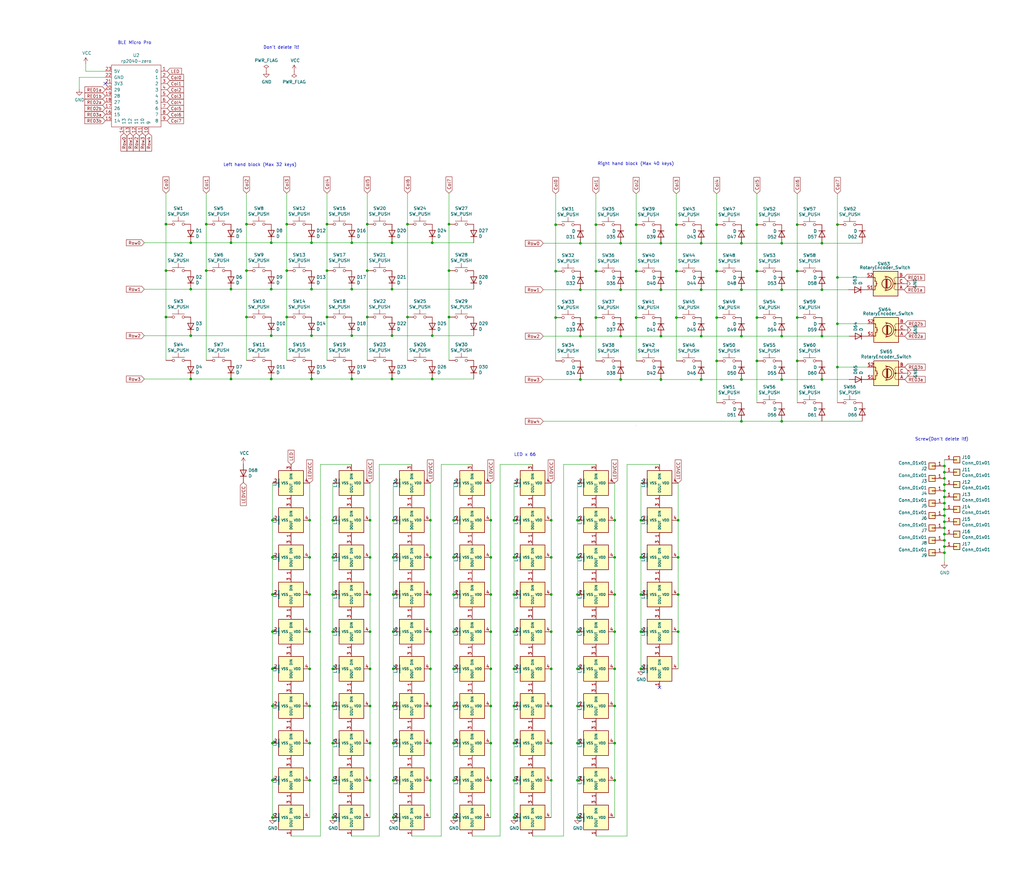
<source format=kicad_sch>
(kicad_sch (version 20230121) (generator eeschema)
  (paper "User" 419.989 360.045)
  (junction (at 150.622 110.998))
  (junction (at 320.6023 99.7757))
  (junction (at 337.1123 155.6411))
  (junction (at 94.742 118.618))
  (junction (at 134.112 110.998))
  (junction (at 176.53 243.84))
  (junction (at 226.06 228.6))
  (junction (at 277.4223 92.1557))
  (junction (at 84.582 110.998))
  (junction (at 161.29 289.56))
  (junction (at 262.89 243.84))
  (junction (at 161.29 243.84))
  (junction (at 210.82 243.84))
  (junction (at 304.0923 99.7757))
  (junction (at 160.782 137.668))
  (junction (at 144.272 137.668))
  (junction (at 210.82 304.8))
  (junction (at 201.295 243.84))
  (junction (at 127 259.08))
  (junction (at 337.1123 118.8257))
  (junction (at 151.765 289.56))
  (junction (at 320.6023 137.8757))
  (junction (at 210.82 320.04))
  (junction (at 111.76 259.08))
  (junction (at 201.295 304.8))
  (junction (at 287.5823 118.8257))
  (junction (at 387.35 219.075))
  (junction (at 201.295 213.36))
  (junction (at 387.35 193.675))
  (junction (at 201.295 289.56))
  (junction (at 236.855 259.08))
  (junction (at 254.5623 99.7716))
  (junction (at 127 304.8))
  (junction (at 387.35 213.995))
  (junction (at 310.4423 92.1557))
  (junction (at 304.0923 155.6557))
  (junction (at 134.112 91.948))
  (junction (at 111.252 155.448))
  (junction (at 343.4623 132.7957))
  (junction (at 186.055 289.56))
  (junction (at 186.055 274.32))
  (junction (at 320.6023 118.8257))
  (junction (at 111.252 99.568))
  (junction (at 210.82 335.28))
  (junction (at 201.295 320.04))
  (junction (at 387.35 221.615))
  (junction (at 161.29 259.08))
  (junction (at 310.4423 111.2057))
  (junction (at 134.112 130.048))
  (junction (at 387.35 216.535))
  (junction (at 238.0523 137.8757))
  (junction (at 236.855 335.28))
  (junction (at 252.095 213.36))
  (junction (at 127 289.56))
  (junction (at 176.53 213.36))
  (junction (at 101.092 130.048))
  (junction (at 150.622 91.948))
  (junction (at 161.29 274.32))
  (junction (at 160.782 155.448))
  (junction (at 227.8923 92.1579))
  (junction (at 176.53 259.08))
  (junction (at 78.232 137.668))
  (junction (at 176.53 320.04))
  (junction (at 186.055 243.84))
  (junction (at 127 213.36))
  (junction (at 186.055 228.6))
  (junction (at 186.055 304.8))
  (junction (at 226.06 289.56))
  (junction (at 151.765 228.6))
  (junction (at 387.35 196.215))
  (junction (at 186.055 259.08))
  (junction (at 127.762 99.568))
  (junction (at 304.0923 118.8257))
  (junction (at 387.35 206.375))
  (junction (at 167.132 130.048))
  (junction (at 161.29 228.6))
  (junction (at 287.5823 99.7757))
  (junction (at 254.5623 118.8257))
  (junction (at 111.76 289.56))
  (junction (at 136.525 228.6))
  (junction (at 252.095 274.32))
  (junction (at 68.072 130.048))
  (junction (at 252.095 289.56))
  (junction (at 262.89 213.36))
  (junction (at 101.092 91.948))
  (junction (at 262.89 259.08))
  (junction (at 238.0523 118.8257))
  (junction (at 293.9323 148.0357))
  (junction (at 111.76 243.84))
  (junction (at 127 274.32))
  (junction (at 262.89 274.32))
  (junction (at 136.525 304.8))
  (junction (at 236.855 228.6))
  (junction (at 326.9523 130.2411))
  (junction (at 236.855 243.84))
  (junction (at 254.5623 155.6557))
  (junction (at 144.272 118.618))
  (junction (at 210.82 274.32))
  (junction (at 226.06 213.36))
  (junction (at 387.35 224.155))
  (junction (at 260.9123 130.2557))
  (junction (at 117.602 110.998))
  (junction (at 244.4023 92.1516))
  (junction (at 262.89 228.6))
  (junction (at 226.06 320.04))
  (junction (at 343.4623 92.1163))
  (junction (at 127.762 118.618))
  (junction (at 387.35 198.755))
  (junction (at 68.072 110.998))
  (junction (at 271.0723 137.8757))
  (junction (at 184.15 110.998))
  (junction (at 184.15 130.048))
  (junction (at 167.132 91.9461))
  (junction (at 387.35 226.695))
  (junction (at 151.765 304.8))
  (junction (at 227.8923 111.2057))
  (junction (at 150.622 130.048))
  (junction (at 271.0723 118.8257))
  (junction (at 304.0923 172.8007))
  (junction (at 278.13 243.84))
  (junction (at 111.76 213.36))
  (junction (at 136.525 335.28))
  (junction (at 151.765 320.04))
  (junction (at 176.53 304.8))
  (junction (at 111.252 118.618))
  (junction (at 136.525 274.32))
  (junction (at 94.742 155.448))
  (junction (at 287.5823 137.8757))
  (junction (at 186.055 320.04))
  (junction (at 278.13 228.6))
  (junction (at 111.76 228.6))
  (junction (at 236.855 289.56))
  (junction (at 127 320.04))
  (junction (at 176.53 289.56))
  (junction (at 117.602 91.948))
  (junction (at 84.582 91.948))
  (junction (at 278.13 259.08))
  (junction (at 271.0723 99.7757))
  (junction (at 161.29 213.36))
  (junction (at 293.9323 130.2557))
  (junction (at 252.095 304.8))
  (junction (at 260.9123 111.2057))
  (junction (at 238.0523 99.7757))
  (junction (at 127 243.84))
  (junction (at 387.35 208.915))
  (junction (at 326.9523 148.0211))
  (junction (at 244.4023 111.2057))
  (junction (at 226.06 243.84))
  (junction (at 320.6023 172.8007))
  (junction (at 111.76 274.32))
  (junction (at 244.4023 130.2557))
  (junction (at 271.0723 155.6557))
  (junction (at 111.252 137.668))
  (junction (at 177.292 137.668))
  (junction (at 326.9523 111.1911))
  (junction (at 343.4623 113.792))
  (junction (at 111.76 335.28))
  (junction (at 127.762 155.448))
  (junction (at 252.095 320.04))
  (junction (at 184.15 91.948))
  (junction (at 136.525 243.84))
  (junction (at 177.292 155.448))
  (junction (at 161.29 304.8))
  (junction (at 252.095 243.84))
  (junction (at 210.82 213.36))
  (junction (at 127 228.6))
  (junction (at 226.06 274.32))
  (junction (at 136.525 320.04))
  (junction (at 101.092 110.998))
  (junction (at 78.232 155.448))
  (junction (at 78.232 118.618))
  (junction (at 94.742 99.568))
  (junction (at 343.4623 150.5611))
  (junction (at 260.9123 92.1557))
  (junction (at 161.29 335.28))
  (junction (at 186.055 213.36))
  (junction (at 310.4423 130.2557))
  (junction (at 186.055 335.28))
  (junction (at 151.765 243.84))
  (junction (at 201.295 228.6))
  (junction (at 337.1123 99.756))
  (junction (at 161.29 320.04))
  (junction (at 277.4223 111.2057))
  (junction (at 236.855 304.8))
  (junction (at 111.76 320.04))
  (junction (at 387.35 203.835))
  (junction (at 227.8923 130.2557))
  (junction (at 277.4223 130.2557))
  (junction (at 210.82 289.56))
  (junction (at 226.06 259.08))
  (junction (at 387.35 211.455))
  (junction (at 236.855 320.04))
  (junction (at 127.762 137.668))
  (junction (at 304.0923 137.8757))
  (junction (at 252.095 228.6))
  (junction (at 160.782 99.568))
  (junction (at 151.765 274.32))
  (junction (at 117.602 130.048))
  (junction (at 387.35 191.135))
  (junction (at 176.53 228.6))
  (junction (at 144.272 155.448))
  (junction (at 136.525 213.36))
  (junction (at 201.295 259.08))
  (junction (at 226.06 304.8))
  (junction (at 201.295 274.32))
  (junction (at 293.9323 111.2057))
  (junction (at 337.1123 137.8757))
  (junction (at 236.855 213.36))
  (junction (at 310.4423 148.0357))
  (junction (at 111.76 304.8))
  (junction (at 136.525 259.08))
  (junction (at 78.232 99.568))
  (junction (at 320.6023 155.6557))
  (junction (at 151.765 213.36))
  (junction (at 326.9523 92.136))
  (junction (at 177.292 99.5661))
  (junction (at 151.765 259.08))
  (junction (at 387.35 201.295))
  (junction (at 176.53 274.32))
  (junction (at 136.525 289.56))
  (junction (at 252.095 259.08))
  (junction (at 236.855 274.32))
  (junction (at 210.82 259.08))
  (junction (at 144.272 99.568))
  (junction (at 254.5623 137.8757))
  (junction (at 278.13 213.36))
  (junction (at 293.9323 92.1557))
  (junction (at 68.072 91.948))
  (junction (at 287.5823 155.6557))
  (junction (at 210.82 228.6))
  (junction (at 238.0523 155.6557))
  (junction (at 160.782 118.618))
  (no_connect (at 270.51 281.94))
  (no_connect (at 43.18 34.29))
  (wire (pts (xy 252.095 198.12) (xy 252.095 213.36)))
  (wire (pts (xy 387.35 213.995) (xy 387.35 216.535)))
  (wire (pts (xy 244.4023 92.1516) (xy 244.4023 111.2057)))
  (wire (pts (xy 293.9323 111.2057) (xy 293.9323 130.2557)))
  (wire (pts (xy 387.35 191.135) (xy 387.35 193.675)))
  (wire (pts (xy 236.855 274.32) (xy 236.855 289.56)))
  (wire (pts (xy 320.6023 118.8257) (xy 337.1123 118.8257)))
  (wire (pts (xy 387.35 211.455) (xy 387.35 213.995)))
  (wire (pts (xy 134.112 110.998) (xy 134.112 130.048)))
  (wire (pts (xy 94.742 118.618) (xy 111.252 118.618)))
  (wire (pts (xy 161.29 228.6) (xy 161.29 243.84)))
  (wire (pts (xy 68.072 91.948) (xy 68.072 110.998)))
  (wire (pts (xy 184.15 110.998) (xy 184.15 130.048)))
  (wire (pts (xy 160.782 155.448) (xy 177.292 155.448)))
  (wire (pts (xy 127 259.08) (xy 127 274.32)))
  (wire (pts (xy 278.13 213.36) (xy 278.13 228.6)))
  (wire (pts (xy 136.525 213.36) (xy 136.525 228.6)))
  (wire (pts (xy 210.82 228.6) (xy 210.82 243.84)))
  (wire (pts (xy 326.9523 111.1911) (xy 326.9523 130.2411)))
  (wire (pts (xy 244.4023 79.4557) (xy 244.4023 92.1516)))
  (wire (pts (xy 194.31 99.5661) (xy 194.31 99.568)))
  (wire (pts (xy 111.76 243.84) (xy 111.76 259.08)))
  (wire (pts (xy 353.6223 99.7363) (xy 353.6223 99.756)))
  (wire (pts (xy 271.0723 137.8757) (xy 287.5823 137.8757)))
  (wire (pts (xy 304.0923 118.8257) (xy 320.6023 118.8257)))
  (wire (pts (xy 337.1123 155.6411) (xy 348.234 155.6411)))
  (wire (pts (xy 277.4223 130.2557) (xy 277.4223 148.0357)))
  (wire (pts (xy 278.13 228.6) (xy 278.13 243.84)))
  (wire (pts (xy 151.765 289.56) (xy 151.765 304.8)))
  (wire (pts (xy 176.53 213.36) (xy 176.53 228.6)))
  (wire (pts (xy 184.15 91.948) (xy 184.15 110.998)))
  (wire (pts (xy 136.525 289.56) (xy 136.525 304.8)))
  (wire (pts (xy 343.4623 113.792) (xy 343.4623 132.7957)))
  (wire (pts (xy 343.4623 132.7957) (xy 343.4623 150.5611)))
  (wire (pts (xy 127 274.32) (xy 127 289.56)))
  (wire (pts (xy 226.06 213.36) (xy 226.06 228.6)))
  (wire (pts (xy 186.055 304.8) (xy 186.055 320.04)))
  (wire (pts (xy 343.4623 113.792) (xy 355.6 113.792)))
  (wire (pts (xy 201.295 228.6) (xy 201.295 243.84)))
  (wire (pts (xy 150.622 79.248) (xy 150.622 91.948)))
  (wire (pts (xy 326.9523 130.2411) (xy 326.9523 148.0211)))
  (wire (pts (xy 236.855 304.8) (xy 236.855 320.04)))
  (wire (pts (xy 227.8923 130.2557) (xy 227.8923 148.0357)))
  (wire (pts (xy 161.29 198.12) (xy 161.29 213.36)))
  (wire (pts (xy 387.35 196.215) (xy 387.35 198.755)))
  (wire (pts (xy 236.855 289.56) (xy 236.855 304.8)))
  (wire (pts (xy 277.4223 111.2057) (xy 277.4223 130.2557)))
  (wire (pts (xy 387.35 201.295) (xy 387.35 203.835)))
  (wire (pts (xy 161.29 304.8) (xy 161.29 320.04)))
  (wire (pts (xy 150.622 130.048) (xy 150.622 147.828)))
  (wire (pts (xy 277.4223 79.4557) (xy 277.4223 92.1557)))
  (wire (pts (xy 180.975 190.5) (xy 193.675 190.5)))
  (wire (pts (xy 236.855 259.08) (xy 236.855 274.32)))
  (wire (pts (xy 226.06 289.56) (xy 226.06 304.8)))
  (wire (pts (xy 236.855 198.12) (xy 236.855 213.36)))
  (wire (pts (xy 326.9523 148.0211) (xy 326.9523 165.1807)))
  (wire (pts (xy 167.132 79.248) (xy 167.132 91.9461)))
  (wire (pts (xy 161.29 243.84) (xy 161.29 259.08)))
  (wire (pts (xy 210.82 289.56) (xy 210.82 304.8)))
  (wire (pts (xy 254.5623 118.8257) (xy 271.0723 118.8257)))
  (wire (pts (xy 127 289.56) (xy 127 304.8)))
  (wire (pts (xy 151.765 320.04) (xy 151.765 335.28)))
  (wire (pts (xy 160.782 118.618) (xy 194.31 118.618)))
  (wire (pts (xy 210.82 198.12) (xy 210.82 213.36)))
  (wire (pts (xy 127 243.84) (xy 127 259.08)))
  (wire (pts (xy 176.53 320.04) (xy 176.53 335.28)))
  (wire (pts (xy 136.525 304.8) (xy 136.525 320.04)))
  (wire (pts (xy 201.295 243.84) (xy 201.295 259.08)))
  (wire (pts (xy 238.0523 155.6557) (xy 254.5623 155.6557)))
  (wire (pts (xy 238.0523 99.7716) (xy 254.5623 99.7716)))
  (wire (pts (xy 254.5623 99.7757) (xy 271.0723 99.7757)))
  (wire (pts (xy 78.232 137.668) (xy 59.182 137.668)))
  (wire (pts (xy 111.252 137.668) (xy 127.762 137.668)))
  (wire (pts (xy 111.252 155.448) (xy 127.762 155.448)))
  (wire (pts (xy 176.53 304.8) (xy 176.53 320.04)))
  (wire (pts (xy 111.76 274.32) (xy 111.76 289.56)))
  (wire (pts (xy 201.295 304.8) (xy 201.295 320.04)))
  (wire (pts (xy 78.232 118.618) (xy 94.742 118.618)))
  (wire (pts (xy 68.072 110.998) (xy 68.072 130.048)))
  (wire (pts (xy 127 228.6) (xy 127 243.84)))
  (wire (pts (xy 387.35 206.375) (xy 387.35 208.915)))
  (wire (pts (xy 117.602 79.248) (xy 117.602 91.948)))
  (wire (pts (xy 160.782 137.668) (xy 177.292 137.668)))
  (wire (pts (xy 134.112 91.948) (xy 134.112 110.998)))
  (wire (pts (xy 252.095 274.32) (xy 252.095 289.56)))
  (wire (pts (xy 260.9123 130.2557) (xy 260.9123 148.0357)))
  (wire (pts (xy 304.0923 99.7757) (xy 320.6023 99.7757)))
  (wire (pts (xy 205.105 342.9) (xy 205.105 190.5)))
  (wire (pts (xy 387.35 203.835) (xy 387.35 206.375)))
  (wire (pts (xy 111.76 289.56) (xy 111.76 304.8)))
  (wire (pts (xy 262.89 259.08) (xy 262.89 274.32)))
  (wire (pts (xy 320.6023 155.6557) (xy 337.1123 155.6557)))
  (wire (pts (xy 236.855 213.36) (xy 236.855 228.6)))
  (wire (pts (xy 111.252 118.618) (xy 127.762 118.618)))
  (wire (pts (xy 177.292 137.668) (xy 194.31 137.668)))
  (wire (pts (xy 111.76 228.6) (xy 111.76 243.84)))
  (wire (pts (xy 136.525 198.12) (xy 136.525 213.36)))
  (wire (pts (xy 78.232 99.568) (xy 94.742 99.568)))
  (wire (pts (xy 262.89 243.84) (xy 262.89 259.08)))
  (wire (pts (xy 257.175 342.9) (xy 257.175 190.5)))
  (wire (pts (xy 186.055 228.6) (xy 186.055 243.84)))
  (wire (pts (xy 287.5823 137.8757) (xy 304.0923 137.8757)))
  (wire (pts (xy 210.82 259.08) (xy 210.82 274.32)))
  (wire (pts (xy 127 320.04) (xy 127 335.28)))
  (wire (pts (xy 226.06 304.8) (xy 226.06 320.04)))
  (wire (pts (xy 343.4623 150.5611) (xy 343.4623 165.161)))
  (wire (pts (xy 127.762 99.568) (xy 144.272 99.568)))
  (wire (pts (xy 387.35 208.915) (xy 387.35 211.455)))
  (wire (pts (xy 231.14 342.9) (xy 231.14 190.5)))
  (wire (pts (xy 94.742 155.448) (xy 111.252 155.448)))
  (wire (pts (xy 150.622 110.998) (xy 150.622 130.048)))
  (wire (pts (xy 310.4423 148.0357) (xy 310.4423 165.1807)))
  (wire (pts (xy 201.295 259.08) (xy 201.295 274.32)))
  (wire (pts (xy 134.112 130.048) (xy 134.112 147.828)))
  (wire (pts (xy 210.82 320.04) (xy 210.82 335.28)))
  (wire (pts (xy 387.35 224.155) (xy 387.35 226.695)))
  (wire (pts (xy 337.1123 118.872) (xy 347.98 118.872)))
  (wire (pts (xy 218.44 342.9) (xy 231.14 342.9)))
  (wire (pts (xy 119.38 342.9) (xy 131.445 342.9)))
  (wire (pts (xy 176.53 274.32) (xy 176.53 289.56)))
  (wire (pts (xy 84.582 110.998) (xy 84.582 147.828)))
  (wire (pts (xy 134.112 79.248) (xy 134.112 91.948)))
  (wire (pts (xy 186.055 198.12) (xy 186.055 213.36)))
  (wire (pts (xy 186.055 320.04) (xy 186.055 335.28)))
  (wire (pts (xy 184.15 79.248) (xy 184.15 91.948)))
  (wire (pts (xy 127.762 118.618) (xy 144.272 118.618)))
  (wire (pts (xy 78.232 118.618) (xy 59.182 118.618)))
  (wire (pts (xy 84.582 91.948) (xy 84.582 110.998)))
  (wire (pts (xy 287.5823 118.8257) (xy 304.0923 118.8257)))
  (wire (pts (xy 111.252 99.568) (xy 127.762 99.568)))
  (wire (pts (xy 127.762 137.668) (xy 144.272 137.668)))
  (wire (pts (xy 226.06 228.6) (xy 226.06 243.84)))
  (wire (pts (xy 343.4623 92.1163) (xy 343.4623 79.4557)))
  (wire (pts (xy 184.15 130.048) (xy 184.15 147.828)))
  (wire (pts (xy 136.525 274.32) (xy 136.525 289.56)))
  (wire (pts (xy 252.095 228.6) (xy 252.095 243.84)))
  (wire (pts (xy 101.092 130.048) (xy 101.092 147.828)))
  (wire (pts (xy 43.18 29.21) (xy 35.1771 29.21)))
  (wire (pts (xy 101.092 91.948) (xy 101.092 110.998)))
  (wire (pts (xy 260.9106 174.5192) (xy 260.9123 174.5192)))
  (wire (pts (xy 226.06 259.08) (xy 226.06 274.32)))
  (wire (pts (xy 78.232 137.668) (xy 111.252 137.668)))
  (wire (pts (xy 337.1123 118.8257) (xy 337.1123 118.872)))
  (wire (pts (xy 177.292 99.568) (xy 177.292 99.5661)))
  (wire (pts (xy 320.6023 137.8757) (xy 337.1123 137.8757)))
  (wire (pts (xy 310.4423 111.2057) (xy 310.4423 130.2557)))
  (wire (pts (xy 226.06 198.12) (xy 226.06 213.36)))
  (wire (pts (xy 287.5823 155.6557) (xy 304.0923 155.6557)))
  (wire (pts (xy 226.06 243.84) (xy 226.06 259.08)))
  (wire (pts (xy 387.35 193.675) (xy 387.35 196.215)))
  (wire (pts (xy 304.0923 137.8757) (xy 320.6023 137.8757)))
  (wire (pts (xy 161.29 274.32) (xy 161.29 289.56)))
  (wire (pts (xy 278.13 259.08) (xy 278.13 274.32)))
  (wire (pts (xy 304.0923 172.8007) (xy 320.6023 172.8007)))
  (wire (pts (xy 244.4023 130.2557) (xy 244.4023 148.0357)))
  (wire (pts (xy 151.765 274.32) (xy 151.765 289.56)))
  (wire (pts (xy 151.765 228.6) (xy 151.765 243.84)))
  (wire (pts (xy 244.475 342.9) (xy 257.175 342.9)))
  (wire (pts (xy 205.105 190.5) (xy 218.44 190.5)))
  (wire (pts (xy 201.295 198.12) (xy 201.295 213.36)))
  (wire (pts (xy 226.06 320.04) (xy 226.06 335.28)))
  (wire (pts (xy 78.232 155.448) (xy 94.742 155.448)))
  (wire (pts (xy 231.14 190.5) (xy 244.475 190.5)))
  (wire (pts (xy 293.9323 79.4557) (xy 293.9323 92.1557)))
  (wire (pts (xy 387.35 219.075) (xy 387.35 221.615)))
  (wire (pts (xy 222.8123 118.8257) (xy 238.0523 118.8257)))
  (wire (pts (xy 337.1123 172.781) (xy 353.6223 172.781)))
  (wire (pts (xy 252.095 243.84) (xy 252.095 259.08)))
  (wire (pts (xy 161.29 213.36) (xy 161.29 228.6)))
  (wire (pts (xy 160.782 99.568) (xy 177.292 99.568)))
  (wire (pts (xy 127 213.36) (xy 127 228.6)))
  (wire (pts (xy 144.272 118.618) (xy 160.782 118.618)))
  (wire (pts (xy 337.1123 99.756) (xy 353.6223 99.756)))
  (wire (pts (xy 310.4423 130.2557) (xy 310.4423 148.0357)))
  (wire (pts (xy 151.765 304.8) (xy 151.765 320.04)))
  (wire (pts (xy 252.095 259.08) (xy 252.095 274.32)))
  (wire (pts (xy 136.525 259.08) (xy 136.525 274.32)))
  (wire (pts (xy 343.4623 150.5611) (xy 355.854 150.5611)))
  (wire (pts (xy 151.765 198.12) (xy 151.765 213.36)))
  (wire (pts (xy 257.175 190.5) (xy 270.51 190.5)))
  (wire (pts (xy 260.9123 92.1557) (xy 260.9123 111.2057)))
  (wire (pts (xy 111.76 213.36) (xy 111.76 228.6)))
  (wire (pts (xy 310.4423 79.4557) (xy 310.4423 92.1557)))
  (wire (pts (xy 320.6023 99.7757) (xy 337.1123 99.7757)))
  (wire (pts (xy 117.602 130.048) (xy 117.602 147.828)))
  (wire (pts (xy 186.055 243.84) (xy 186.055 259.08)))
  (wire (pts (xy 186.055 213.36) (xy 186.055 228.6)))
  (wire (pts (xy 387.35 216.535) (xy 387.35 219.075)))
  (wire (pts (xy 84.582 79.248) (xy 84.582 91.948)))
  (wire (pts (xy 144.272 137.668) (xy 160.782 137.668)))
  (wire (pts (xy 131.445 342.9) (xy 131.445 190.5)))
  (wire (pts (xy 260.9123 79.4557) (xy 260.9123 92.1557)))
  (wire (pts (xy 222.8123 99.7757) (xy 238.0523 99.7757)))
  (wire (pts (xy 252.095 213.36) (xy 252.095 228.6)))
  (wire (pts (xy 262.89 198.12) (xy 262.89 213.36)))
  (wire (pts (xy 210.82 304.8) (xy 210.82 320.04)))
  (wire (pts (xy 136.525 228.6) (xy 136.525 243.84)))
  (wire (pts (xy 168.91 342.9) (xy 180.975 342.9)))
  (wire (pts (xy 68.072 79.248) (xy 68.072 91.948)))
  (wire (pts (xy 201.295 320.04) (xy 201.295 335.28)))
  (wire (pts (xy 387.35 198.755) (xy 387.35 201.295)))
  (wire (pts (xy 293.9323 92.1557) (xy 293.9323 111.2057)))
  (wire (pts (xy 127 198.12) (xy 127 213.36)))
  (wire (pts (xy 101.092 110.998) (xy 101.092 130.048)))
  (wire (pts (xy 150.622 91.948) (xy 150.622 110.998)))
  (wire (pts (xy 193.675 342.9) (xy 205.105 342.9)))
  (wire (pts (xy 59.182 99.568) (xy 78.232 99.568)))
  (wire (pts (xy 196.977 118.618) (xy 196.977 118.6138)))
  (wire (pts (xy 387.35 188.595) (xy 387.35 191.135)))
  (wire (pts (xy 353.6223 155.636) (xy 353.6223 155.6214)))
  (wire (pts (xy 244.4023 111.2057) (xy 244.4023 130.2557)))
  (wire (pts (xy 254.5623 137.8757) (xy 271.0723 137.8757)))
  (wire (pts (xy 101.092 79.248) (xy 101.092 91.948)))
  (wire (pts (xy 210.82 274.32) (xy 210.82 289.56)))
  (wire (pts (xy 94.742 99.568) (xy 111.252 99.568)))
  (wire (pts (xy 278.13 243.84) (xy 278.13 259.08)))
  (wire (pts (xy 176.53 198.12) (xy 176.53 213.36)))
  (wire (pts (xy 252.095 320.04) (xy 252.095 335.28)))
  (wire (pts (xy 222.8123 155.6557) (xy 238.0523 155.6557)))
  (wire (pts (xy 293.9323 148.0357) (xy 293.9323 165.1807)))
  (wire (pts (xy 161.29 259.08) (xy 161.29 274.32)))
  (wire (pts (xy 326.9523 79.4557) (xy 326.9523 92.136)))
  (wire (pts (xy 186.055 274.32) (xy 186.055 289.56)))
  (wire (pts (xy 136.525 243.84) (xy 136.525 259.08)))
  (wire (pts (xy 277.4223 92.1557) (xy 277.4223 111.2057)))
  (wire (pts (xy 127.762 155.448) (xy 144.272 155.448)))
  (wire (pts (xy 78.232 99.568) (xy 78.232 99.5858)))
  (wire (pts (xy 252.095 304.8) (xy 252.095 320.04)))
  (wire (pts (xy 43.18 31.75) (xy 32.512 31.75)))
  (wire (pts (xy 155.575 342.9) (xy 155.575 190.5)))
  (wire (pts (xy 144.272 99.568) (xy 160.782 99.568)))
  (wire (pts (xy 278.13 198.12) (xy 278.13 213.36)))
  (wire (pts (xy 35.1771 29.21) (xy 35.1771 26.1724)))
  (wire (pts (xy 201.295 289.56) (xy 201.295 304.8)))
  (wire (pts (xy 131.445 190.5) (xy 144.145 190.5)))
  (wire (pts (xy 236.855 320.04) (xy 236.855 335.28)))
  (wire (pts (xy 151.765 213.36) (xy 151.765 228.6)))
  (wire (pts (xy 227.8923 79.4557) (xy 227.8923 92.1579)))
  (wire (pts (xy 343.4623 132.7957) (xy 355.854 132.7957)))
  (wire (pts (xy 161.29 320.04) (xy 161.29 335.28)))
  (wire (pts (xy 287.5823 99.7757) (xy 304.0923 99.7757)))
  (wire (pts (xy 210.82 213.36) (xy 210.82 228.6)))
  (wire (pts (xy 117.602 91.948) (xy 117.602 110.998)))
  (wire (pts (xy 210.82 243.84) (xy 210.82 259.08)))
  (wire (pts (xy 127 304.8) (xy 127 320.04)))
  (wire (pts (xy 176.53 243.84) (xy 176.53 259.08)))
  (wire (pts (xy 111.76 320.04) (xy 111.76 335.28)))
  (wire (pts (xy 151.765 259.08) (xy 151.765 274.32)))
  (wire (pts (xy 337.1123 137.8757) (xy 337.1123 137.8611)))
  (wire (pts (xy 271.0723 155.6557) (xy 287.5823 155.6557)))
  (wire (pts (xy 111.76 259.08) (xy 111.76 274.32)))
  (wire (pts (xy 326.9523 92.136) (xy 326.9523 111.1911)))
  (wire (pts (xy 387.35 226.695) (xy 387.35 230.505)))
  (wire (pts (xy 337.1123 118.8257) (xy 337.1123 118.8111)))
  (wire (pts (xy 236.855 243.84) (xy 236.855 259.08)))
  (wire (pts (xy 136.525 320.04) (xy 136.525 335.28)))
  (wire (pts (xy 201.295 274.32) (xy 201.295 289.56)))
  (wire (pts (xy 155.575 190.5) (xy 168.91 190.5)))
  (wire (pts (xy 337.1123 99.756) (xy 337.1123 99.7757)))
  (wire (pts (xy 310.4423 92.1557) (xy 310.4423 111.2057)))
  (wire (pts (xy 252.095 289.56) (xy 252.095 304.8)))
  (wire (pts (xy 186.055 259.08) (xy 186.055 274.32)))
  (wire (pts (xy 111.76 198.12) (xy 111.76 213.36)))
  (wire (pts (xy 304.0923 155.6557) (xy 320.6023 155.6557)))
  (wire (pts (xy 293.9323 130.2557) (xy 293.9323 148.0357)))
  (wire (pts (xy 186.055 289.56) (xy 186.055 304.8)))
  (wire (pts (xy 387.35 221.615) (xy 387.35 224.155)))
  (wire (pts (xy 238.0523 99.7757) (xy 238.0523 99.7716)))
  (wire (pts (xy 238.0523 99.7757) (xy 238.0523 99.7779)))
  (wire (pts (xy 337.1123 137.8757) (xy 348.234 137.8757)))
  (wire (pts (xy 167.132 91.9461) (xy 167.132 130.048)))
  (wire (pts (xy 167.132 130.048) (xy 167.132 147.828)))
  (wire (pts (xy 176.53 259.08) (xy 176.53 274.32)))
  (wire (pts (xy 144.145 342.9) (xy 155.575 342.9)))
  (wire (pts (xy 68.072 130.048) (xy 68.072 147.828)))
  (wire (pts (xy 201.295 213.36) (xy 201.295 228.6)))
  (wire (pts (xy 254.5623 155.6557) (xy 271.0723 155.6557)))
  (wire (pts (xy 254.5623 99.7757) (xy 254.5623 99.7716)))
  (wire (pts (xy 180.975 342.9) (xy 180.975 190.5)))
  (wire (pts (xy 343.4623 92.1163) (xy 343.4623 113.792)))
  (wire (pts (xy 227.8923 111.2057) (xy 227.8923 130.2557)))
  (wire (pts (xy 177.292 155.448) (xy 194.31 155.448)))
  (wire (pts (xy 176.53 228.6) (xy 176.53 243.84)))
  (wire (pts (xy 226.06 274.32) (xy 226.06 289.56)))
  (wire (pts (xy 222.8123 172.8007) (xy 304.0923 172.8007)))
  (wire (pts (xy 236.855 228.6) (xy 236.855 243.84)))
  (wire (pts (xy 111.76 304.8) (xy 111.76 320.04)))
  (wire (pts (xy 176.53 289.56) (xy 176.53 304.8)))
  (wire (pts (xy 32.512 31.75) (xy 32.512 36.576)))
  (wire (pts (xy 238.0523 118.8257) (xy 254.5623 118.8257)))
  (wire (pts (xy 177.292 99.5661) (xy 194.31 99.5661)))
  (wire (pts (xy 238.0523 137.8757) (xy 254.5623 137.8757)))
  (wire (pts (xy 144.272 155.448) (xy 160.782 155.448)))
  (wire (pts (xy 262.89 213.36) (xy 262.89 228.6)))
  (wire (pts (xy 262.89 228.6) (xy 262.89 243.84)))
  (wire (pts (xy 271.0723 118.8257) (xy 287.5823 118.8257)))
  (wire (pts (xy 151.765 243.84) (xy 151.765 259.08)))
  (wire (pts (xy 117.602 110.998) (xy 117.602 130.048)))
  (wire (pts (xy 222.8123 137.8757) (xy 238.0523 137.8757)))
  (wire (pts (xy 320.6023 172.8007) (xy 337.1123 172.8007)))
  (wire (pts (xy 260.9123 111.2057) (xy 260.9123 130.2557)))
  (wire (pts (xy 78.232 155.448) (xy 59.182 155.448)))
  (wire (pts (xy 337.1123 155.6557) (xy 337.1123 155.6411)))
  (wire (pts (xy 227.8923 92.1579) (xy 227.8923 111.2057)))
  (wire (pts (xy 161.29 289.56) (xy 161.29 304.8)))
  (wire (pts (xy 271.0723 99.7757) (xy 287.5823 99.7757)))
  (text "Left hand block (Max 32 keys)" (at 91.567 68.453 0) (effects (font (size 1.27 1.27)) (justify left bottom)))
  (text "Screw(Don't delete it!)" (at 375.285 180.975 0) (effects (font (size 1.27 1.27)) (justify left bottom)))
  (text "Don't delete it!" (at 107.95 20.32 0) (effects (font (size 1.27 1.27)) (justify left bottom)))
  (text "Right hand block (Max 40 keys)" (at 245.0373 68.0257 0) (effects (font (size 1.27 1.27)) (justify left bottom)))
  (text "LED x 66" (at 210.82 187.325 0) (effects (font (size 1.27 1.27)) (justify left bottom)))
  (text "BLE Micro Pro" (at 48.26 18.415 0) (effects (font (size 1.27 1.27)) (justify left bottom)))
  (global_label "Row1" (shape input) (at 59.182 118.618 180) (property "Intersheetrefs" "${INTERSHEET_REFS}" (effects hide)))
  (global_label "Col3" (shape input) (at 277.4223 79.4557 90) (property "Intersheetrefs" "${INTERSHEET_REFS}" (effects hide)))
  (global_label "LED" (shape input) (at 68.58 29.21 0) (property "Intersheetrefs" "${INTERSHEET_REFS}" (effects hide)))
  (global_label "Col1" (shape input) (at 68.58 34.29 0) (property "Intersheetrefs" "${INTERSHEET_REFS}" (effects hide)))
  (global_label "RE03b" (shape input) (at 371.094 150.5611 0) (property "Intersheetrefs" "${INTERSHEET_REFS}" (effects hide)))
  (global_label "RE02a" (shape input) (at 371.094 137.8757 0) (property "Intersheetrefs" "${INTERSHEET_REFS}" (effects hide)))
  (global_label "Row0" (shape input) (at 59.182 99.568 180) (property "Intersheetrefs" "${INTERSHEET_REFS}" (effects hide)))
  (global_label "LEDVCC" (shape input) (at 99.822 197.866 270) (property "Intersheetrefs" "${INTERSHEET_REFS}" (effects hide)))
  (global_label "Col7" (shape input) (at 68.58 49.53 0) (property "Intersheetrefs" "${INTERSHEET_REFS}" (effects hide)))
  (global_label "Col0" (shape input) (at 68.072 79.248 90) (property "Intersheetrefs" "${INTERSHEET_REFS}" (effects hide)))
  (global_label "Col7" (shape input) (at 343.4623 79.4557 90) (property "Intersheetrefs" "${INTERSHEET_REFS}" (effects hide)))
  (global_label "RE01b" (shape input) (at 43.18 39.37 180) (property "Intersheetrefs" "${INTERSHEET_REFS}" (effects hide)))
  (global_label "RE03b" (shape input) (at 43.18 49.53 180) (property "Intersheetrefs" "${INTERSHEET_REFS}" (effects hide)))
  (global_label "Row0" (shape input) (at 222.8123 99.7757 180) (property "Intersheetrefs" "${INTERSHEET_REFS}" (effects hide)))
  (global_label "LEDVCC" (shape input) (at 127 198.12 90) (property "Intersheetrefs" "${INTERSHEET_REFS}" (effects hide)))
  (global_label "Col2" (shape input) (at 68.58 36.83 0) (property "Intersheetrefs" "${INTERSHEET_REFS}" (effects hide)))
  (global_label "Row0" (shape input) (at 50.8 54.61 270) (property "Intersheetrefs" "${INTERSHEET_REFS}" (effects hide)))
  (global_label "Col0" (shape input) (at 68.58 31.75 0) (property "Intersheetrefs" "${INTERSHEET_REFS}" (effects hide)))
  (global_label "LED" (shape input) (at 119.38 190.5 90) (property "Intersheetrefs" "${INTERSHEET_REFS}" (effects hide)))
  (global_label "Row4" (shape input) (at 222.8123 172.8007 180) (property "Intersheetrefs" "${INTERSHEET_REFS}" (effects hide)))
  (global_label "Col6" (shape input) (at 326.9523 79.4557 90) (property "Intersheetrefs" "${INTERSHEET_REFS}" (effects hide)))
  (global_label "LEDVCC" (shape input) (at 201.295 198.12 90) (property "Intersheetrefs" "${INTERSHEET_REFS}" (effects hide)))
  (global_label "LEDVCC" (shape input) (at 226.06 198.12 90) (property "Intersheetrefs" "${INTERSHEET_REFS}" (effects hide)))
  (global_label "RE02a" (shape input) (at 43.18 41.91 180) (property "Intersheetrefs" "${INTERSHEET_REFS}" (effects hide)))
  (global_label "Col1" (shape input) (at 84.582 79.248 90) (property "Intersheetrefs" "${INTERSHEET_REFS}" (effects hide)))
  (global_label "LEDVCC" (shape input) (at 252.095 198.12 90) (property "Intersheetrefs" "${INTERSHEET_REFS}" (effects hide)))
  (global_label "Col0" (shape input) (at 227.8923 79.4557 90) (property "Intersheetrefs" "${INTERSHEET_REFS}" (effects hide)))
  (global_label "Col2" (shape input) (at 101.092 79.248 90) (property "Intersheetrefs" "${INTERSHEET_REFS}" (effects hide)))
  (global_label "Col5" (shape input) (at 310.4423 79.4557 90) (property "Intersheetrefs" "${INTERSHEET_REFS}" (effects hide)))
  (global_label "Row3" (shape input) (at 58.42 54.61 270) (property "Intersheetrefs" "${INTERSHEET_REFS}" (effects hide)))
  (global_label "RE01b" (shape input) (at 370.84 113.792 0) (property "Intersheetrefs" "${INTERSHEET_REFS}" (effects hide)))
  (global_label "LEDVCC" (shape input) (at 151.765 198.12 90) (property "Intersheetrefs" "${INTERSHEET_REFS}" (effects hide)))
  (global_label "Col7" (shape input) (at 184.15 79.248 90) (property "Intersheetrefs" "${INTERSHEET_REFS}" (effects hide)))
  (global_label "RE02b" (shape input) (at 43.18 44.45 180) (property "Intersheetrefs" "${INTERSHEET_REFS}" (effects hide)))
  (global_label "Col4" (shape input) (at 68.58 41.91 0) (property "Intersheetrefs" "${INTERSHEET_REFS}" (effects hide)))
  (global_label "Col3" (shape input) (at 117.602 79.248 90) (property "Intersheetrefs" "${INTERSHEET_REFS}" (effects hide)))
  (global_label "RE03a" (shape input) (at 43.18 46.99 180) (property "Intersheetrefs" "${INTERSHEET_REFS}" (effects hide)))
  (global_label "Col5" (shape input) (at 150.622 79.248 90) (property "Intersheetrefs" "${INTERSHEET_REFS}" (effects hide)))
  (global_label "Col4" (shape input) (at 293.9323 79.4557 90) (property "Intersheetrefs" "${INTERSHEET_REFS}" (effects hide)))
  (global_label "Row2" (shape input) (at 59.182 137.668 180) (property "Intersheetrefs" "${INTERSHEET_REFS}" (effects hide)))
  (global_label "Col6" (shape input) (at 68.58 46.99 0) (property "Intersheetrefs" "${INTERSHEET_REFS}" (effects hide)))
  (global_label "RE01a" (shape input) (at 370.84 118.872 0) (property "Intersheetrefs" "${INTERSHEET_REFS}" (effects hide)))
  (global_label "Col4" (shape input) (at 134.112 79.248 90) (property "Intersheetrefs" "${INTERSHEET_REFS}" (effects hide)))
  (global_label "Row2" (shape input) (at 222.8123 137.8757 180) (property "Intersheetrefs" "${INTERSHEET_REFS}" (effects hide)))
  (global_label "Row4" (shape input) (at 60.96 54.61 270) (property "Intersheetrefs" "${INTERSHEET_REFS}" (effects hide)))
  (global_label "Row2" (shape input) (at 55.88 54.61 270) (property "Intersheetrefs" "${INTERSHEET_REFS}" (effects hide)))
  (global_label "RE01a" (shape input) (at 43.18 36.83 180) (property "Intersheetrefs" "${INTERSHEET_REFS}" (effects hide)))
  (global_label "LEDVCC" (shape input) (at 176.53 198.12 90) (property "Intersheetrefs" "${INTERSHEET_REFS}" (effects hide)))
  (global_label "Row1" (shape input) (at 53.34 54.61 270) (property "Intersheetrefs" "${INTERSHEET_REFS}" (effects hide)))
  (global_label "Col3" (shape input) (at 68.58 39.37 0) (property "Intersheetrefs" "${INTERSHEET_REFS}" (effects hide)))
  (global_label "Col2" (shape input) (at 260.9123 79.4557 90) (property "Intersheetrefs" "${INTERSHEET_REFS}" (effects hide)))
  (global_label "Row3" (shape input) (at 59.182 155.448 180) (property "Intersheetrefs" "${INTERSHEET_REFS}" (effects hide)))
  (global_label "RE03a" (shape input) (at 371.094 155.6411 0) (property "Intersheetrefs" "${INTERSHEET_REFS}" (effects hide)))
  (global_label "Col6" (shape input) (at 167.132 79.248 90) (property "Intersheetrefs" "${INTERSHEET_REFS}" (effects hide)))
  (global_label "Row1" (shape input) (at 222.8123 118.8257 180) (property "Intersheetrefs" "${INTERSHEET_REFS}" (effects hide)))
  (global_label "Col5" (shape input) (at 68.58 44.45 0) (property "Intersheetrefs" "${INTERSHEET_REFS}" (effects hide)))
  (global_label "Row3" (shape input) (at 222.8123 155.6557 180) (property "Intersheetrefs" "${INTERSHEET_REFS}" (effects hide)))
  (global_label "Col1" (shape input) (at 244.4023 79.4557 90) (property "Intersheetrefs" "${INTERSHEET_REFS}" (effects hide)))
  (global_label "LEDVCC" (shape input) (at 278.13 198.12 90) (property "Intersheetrefs" "${INTERSHEET_REFS}" (effects hide)))
  (global_label "RE02b" (shape input) (at 371.094 132.7957 0) (property "Intersheetrefs" "${INTERSHEET_REFS}" (effects hide)))
  (symbol (lib_id "power:PWR_FLAG") (at 109.22 29.21 0) (unit 1)
    (property "Reference" "#FLG01" (effects hide))
    (property "Value" "PWR_FLAG" (at 109.22 24.7904 0))
  )
  (symbol (lib_id "power:PWR_FLAG") (at 120.65 29.21 180) (unit 1)
    (property "Reference" "#FLG02" (effects hide))
    (property "Value" "PWR_FLAG" (at 120.65 33.6042 0))
  )
  (symbol (lib_id "power:GND") (at 109.22 29.21 0) (unit 1)
    (property "Reference" "#PWR010" (effects hide))
    (property "Value" "GND" (at 109.347 33.6042 0))
  )
  (symbol (lib_id "power:VCC") (at 120.65 29.21 0) (unit 1)
    (property "Reference" "#PWR012" (effects hide))
    (property "Value" "VCC" (at 121.0818 24.8158 0))
  )
  (symbol (lib_id "power:GND") (at 32.512 36.576 0) (unit 1)
    (property "Reference" "#PWR08" (effects hide))
    (property "Value" "GND" (at 32.639 40.9702 0))
  )
  (symbol (lib_id "power:VCC") (at 35.1771 26.1724 0) (unit 1)
    (property "Reference" "#PWR06" (effects hide))
    (property "Value" "VCC" (at 35.6089 21.7782 0))
  )
  (symbol (lib_id "Switch:SW_Push") (at 89.662 91.948 0) (unit 1)
    (property "Reference" "SW5" (at 89.662 85.471 0))
    (property "Value" "SW_PUSH" (at 89.662 87.7824 0))
    (property "Footprint" "kbd_SW:CherryMX_Hotswap_1u" (effects hide))
  )
  (symbol (lib_id "Switch:SW_Push") (at 73.152 110.998 0) (unit 1)
    (property "Reference" "SW2" (at 73.152 104.521 0))
    (property "Value" "SW_PUSH" (at 73.152 106.8324 0))
    (property "Footprint" "kbd_SW:CherryMX_Hotswap_1u" (effects hide))
  )
  (symbol (lib_id "Switch:SW_Push") (at 89.662 110.998 0) (unit 1)
    (property "Reference" "SW6" (at 89.662 104.521 0))
    (property "Value" "SW_PUSH" (at 89.662 106.8324 0))
    (property "Footprint" "kbd_SW:CherryMX_Hotswap_1u" (effects hide))
  )
  (symbol (lib_id "Device:D") (at 94.742 95.758 90) (unit 1)
    (property "Reference" "D5" (at 96.7486 94.5896 90) (effects (justify right)))
    (property "Value" "D" (at 96.7486 96.901 90) (effects (justify right)))
    (property "Footprint" "kbd_Parts:Diode_SMD" (effects hide))
  )
  (symbol (lib_id "Device:D") (at 94.742 114.808 90) (unit 1)
    (property "Reference" "D6" (at 96.7486 113.6396 90) (effects (justify right)))
    (property "Value" "D" (at 96.7486 115.951 90) (effects (justify right)))
    (property "Footprint" "kbd_Parts:Diode_SMD" (effects hide))
  )
  (symbol (lib_id "Device:D") (at 78.232 114.808 90) (unit 1)
    (property "Reference" "D2" (at 80.2386 113.6396 90) (effects (justify right)))
    (property "Value" "D" (at 80.2386 115.951 90) (effects (justify right)))
    (property "Footprint" "kbd_Parts:Diode_SMD" (effects hide))
  )
  (symbol (lib_id "Switch:SW_Push") (at 122.682 91.948 0) (unit 1)
    (property "Reference" "SW12" (at 122.682 85.471 0))
    (property "Value" "SW_PUSH" (at 122.682 87.7824 0))
    (property "Footprint" "kbd_SW:CherryMX_Hotswap_1u" (effects hide))
  )
  (symbol (lib_id "Switch:SW_Push") (at 139.192 91.948 0) (unit 1)
    (property "Reference" "SW16" (at 139.192 85.471 0))
    (property "Value" "SW_PUSH" (at 139.192 87.7824 0))
    (property "Footprint" "kbd_SW:CherryMX_Hotswap_1u" (effects hide))
  )
  (symbol (lib_id "Switch:SW_Push") (at 106.172 91.948 0) (unit 1)
    (property "Reference" "SW8" (at 106.172 85.471 0))
    (property "Value" "SW_PUSH" (at 106.172 87.7824 0))
    (property "Footprint" "kbd_SW:CherryMX_Hotswap_1u" (effects hide))
  )
  (symbol (lib_id "Switch:SW_Push") (at 122.682 130.048 0) (unit 1)
    (property "Reference" "SW14" (at 122.682 123.571 0))
    (property "Value" "SW_PUSH" (at 122.682 125.8824 0))
    (property "Footprint" "kbd_SW:CherryMX_Hotswap_1u" (effects hide))
  )
  (symbol (lib_id "Switch:SW_Push") (at 122.682 110.998 0) (unit 1)
    (property "Reference" "SW13" (at 122.682 104.521 0))
    (property "Value" "SW_PUSH" (at 122.682 106.8324 0))
    (property "Footprint" "kbd_SW:CherryMX_Hotswap_1u" (effects hide))
  )
  (symbol (lib_id "Switch:SW_Push") (at 139.192 110.998 0) (unit 1)
    (property "Reference" "SW17" (at 139.192 104.521 0))
    (property "Value" "SW_PUSH" (at 139.192 106.8324 0))
    (property "Footprint" "kbd_SW:CherryMX_Hotswap_1u" (effects hide))
  )
  (symbol (lib_id "Switch:SW_Push") (at 155.702 110.998 0) (unit 1)
    (property "Reference" "SW21" (at 155.702 104.521 0))
    (property "Value" "SW_PUSH" (at 155.702 106.8324 0))
    (property "Footprint" "kbd_SW:CherryMX_Hotswap_1u" (effects hide))
  )
  (symbol (lib_id "Switch:SW_Push") (at 106.172 110.998 0) (unit 1)
    (property "Reference" "SW9" (at 106.172 104.521 0))
    (property "Value" "SW_PUSH" (at 106.172 106.8324 0))
    (property "Footprint" "kbd_SW:CherryMX_Hotswap_1u" (effects hide))
  )
  (symbol (lib_id "Switch:SW_Push") (at 73.152 130.048 0) (unit 1)
    (property "Reference" "SW3" (at 73.152 123.571 0))
    (property "Value" "SW_PUSH" (at 73.152 125.8824 0))
    (property "Footprint" "kbd_SW:CherryMX_Hotswap_1.25u" (effects hide))
  )
  (symbol (lib_id "Switch:SW_Push") (at 73.152 147.828 0) (unit 1)
    (property "Reference" "SW4" (at 73.152 141.351 0))
    (property "Value" "SW_PUSH" (at 73.152 143.6624 0))
    (property "Footprint" "kbd_SW:CherryMX_Hotswap_1.75u" (effects hide))
  )
  (symbol (lib_id "Switch:SW_Push") (at 89.662 147.828 0) (unit 1)
    (property "Reference" "SW7" (at 89.662 141.351 0))
    (property "Value" "SW_PUSH" (at 89.662 143.6624 0))
    (property "Footprint" "kbd_SW:CherryMX_Hotswap_1u" (effects hide))
  )
  (symbol (lib_id "Switch:SW_Push") (at 106.172 130.048 0) (unit 1)
    (property "Reference" "SW10" (at 106.172 123.571 0))
    (property "Value" "SW_PUSH" (at 106.172 125.8824 0))
    (property "Footprint" "kbd_SW:CherryMX_Hotswap_1u" (effects hide))
  )
  (symbol (lib_id "Switch:SW_Push") (at 122.682 147.828 0) (unit 1)
    (property "Reference" "SW15" (at 122.682 141.351 0))
    (property "Value" "SW_PUSH" (at 122.682 143.6624 0))
    (property "Footprint" "kbd_SW:CherryMX_Hotswap_1.25u" (effects hide))
  )
  (symbol (lib_id "Switch:SW_Push") (at 139.192 147.828 0) (unit 1)
    (property "Reference" "SW19" (at 139.192 141.351 0))
    (property "Value" "SW_PUSH" (at 139.192 143.6624 0))
    (property "Footprint" "kbd_SW:CherryMX_Hotswap_1.75u" (effects hide))
  )
  (symbol (lib_id "Switch:SW_Push") (at 155.702 147.828 0) (unit 1)
    (property "Reference" "SW23" (at 155.702 141.351 0))
    (property "Value" "SW_PUSH" (at 155.702 143.6624 0))
    (property "Footprint" "kbd_SW:CherryMX_Hotswap_1u" (effects hide))
  )
  (symbol (lib_id "Switch:SW_Push") (at 139.192 130.048 0) (unit 1)
    (property "Reference" "SW18" (at 139.192 123.571 0))
    (property "Value" "SW_PUSH" (at 139.192 125.8824 0))
    (property "Footprint" "kbd_SW:CherryMX_Hotswap_1u" (effects hide))
  )
  (symbol (lib_id "Switch:SW_Push") (at 155.702 130.048 0) (unit 1)
    (property "Reference" "SW22" (at 155.702 123.571 0))
    (property "Value" "SW_PUSH" (at 155.702 125.8824 0))
    (property "Footprint" "kbd_SW:CherryMX_Hotswap_1u" (effects hide))
  )
  (symbol (lib_id "Device:D") (at 111.252 95.758 90) (unit 1)
    (property "Reference" "D8" (at 113.2586 94.5896 90) (effects (justify right)))
    (property "Value" "D" (at 113.2586 96.901 90) (effects (justify right)))
    (property "Footprint" "kbd_Parts:Diode_SMD" (effects hide))
  )
  (symbol (lib_id "Device:D") (at 127.762 95.758 90) (unit 1)
    (property "Reference" "D12" (at 129.7686 94.5896 90) (effects (justify right)))
    (property "Value" "D" (at 129.7686 96.901 90) (effects (justify right)))
    (property "Footprint" "kbd_Parts:Diode_SMD" (effects hide))
  )
  (symbol (lib_id "Device:D") (at 144.272 95.758 90) (unit 1)
    (property "Reference" "D16" (at 146.2786 94.5896 90) (effects (justify right)))
    (property "Value" "D" (at 146.2786 96.901 90) (effects (justify right)))
    (property "Footprint" "kbd_Parts:Diode_SMD" (effects hide))
  )
  (symbol (lib_id "Device:D") (at 160.782 95.758 90) (unit 1)
    (property "Reference" "D20" (at 162.7886 94.5896 90) (effects (justify right)))
    (property "Value" "D" (at 162.7886 96.901 90) (effects (justify right)))
    (property "Footprint" "kbd_Parts:Diode_SMD" (effects hide))
  )
  (symbol (lib_id "Device:D") (at 160.782 114.808 90) (unit 1)
    (property "Reference" "D21" (at 162.7886 113.6396 90) (effects (justify right)))
    (property "Value" "D" (at 162.7886 115.951 90) (effects (justify right)))
    (property "Footprint" "kbd_Parts:Diode_SMD" (effects hide))
  )
  (symbol (lib_id "Device:D") (at 160.782 133.858 90) (unit 1)
    (property "Reference" "D22" (at 162.7886 132.6896 90) (effects (justify right)))
    (property "Value" "D" (at 162.7886 135.001 90) (effects (justify right)))
    (property "Footprint" "kbd_Parts:Diode_SMD" (effects hide))
  )
  (symbol (lib_id "Device:D") (at 160.782 151.638 90) (unit 1)
    (property "Reference" "D23" (at 162.7886 150.4696 90) (effects (justify right)))
    (property "Value" "D" (at 162.7886 152.781 90) (effects (justify right)))
    (property "Footprint" "kbd_Parts:Diode_SMD" (effects hide))
  )
  (symbol (lib_id "Device:D") (at 144.272 151.638 90) (unit 1)
    (property "Reference" "D19" (at 146.2786 150.4696 90) (effects (justify right)))
    (property "Value" "D" (at 146.2786 152.781 90) (effects (justify right)))
    (property "Footprint" "kbd_Parts:Diode_SMD" (effects hide))
  )
  (symbol (lib_id "Device:D") (at 144.272 133.858 90) (unit 1)
    (property "Reference" "D18" (at 146.2786 132.6896 90) (effects (justify right)))
    (property "Value" "D" (at 146.2786 135.001 90) (effects (justify right)))
    (property "Footprint" "kbd_Parts:Diode_SMD" (effects hide))
  )
  (symbol (lib_id "Device:D") (at 144.272 114.808 90) (unit 1)
    (property "Reference" "D17" (at 146.2786 113.6396 90) (effects (justify right)))
    (property "Value" "D" (at 146.2786 115.951 90) (effects (justify right)))
    (property "Footprint" "kbd_Parts:Diode_SMD" (effects hide))
  )
  (symbol (lib_id "Device:D") (at 127.762 114.808 90) (unit 1)
    (property "Reference" "D13" (at 129.7686 113.6396 90) (effects (justify right)))
    (property "Value" "D" (at 129.7686 115.951 90) (effects (justify right)))
    (property "Footprint" "kbd_Parts:Diode_SMD" (effects hide))
  )
  (symbol (lib_id "Device:D") (at 111.252 114.808 90) (unit 1)
    (property "Reference" "D9" (at 113.2586 113.6396 90) (effects (justify right)))
    (property "Value" "D" (at 113.2586 115.951 90) (effects (justify right)))
    (property "Footprint" "kbd_Parts:Diode_SMD" (effects hide))
  )
  (symbol (lib_id "Device:D") (at 111.252 133.858 90) (unit 1)
    (property "Reference" "D10" (at 113.2586 132.6896 90) (effects (justify right)))
    (property "Value" "D" (at 113.2586 135.001 90) (effects (justify right)))
    (property "Footprint" "kbd_Parts:Diode_SMD" (effects hide))
  )
  (symbol (lib_id "Device:D") (at 127.762 133.858 90) (unit 1)
    (property "Reference" "D14" (at 129.7686 132.6896 90) (effects (justify right)))
    (property "Value" "D" (at 129.7686 135.001 90) (effects (justify right)))
    (property "Footprint" "kbd_Parts:Diode_SMD" (effects hide))
  )
  (symbol (lib_id "Device:D") (at 127.762 151.638 90) (unit 1)
    (property "Reference" "D15" (at 129.7686 150.4696 90) (effects (justify right)))
    (property "Value" "D" (at 129.7686 152.781 90) (effects (justify right)))
    (property "Footprint" "kbd_Parts:Diode_SMD" (effects hide))
  )
  (symbol (lib_id "Device:D") (at 94.742 151.638 90) (unit 1)
    (property "Reference" "D7" (at 96.7486 150.4696 90) (effects (justify right)))
    (property "Value" "D" (at 96.7486 152.781 90) (effects (justify right)))
    (property "Footprint" "kbd_Parts:Diode_SMD" (effects hide))
  )
  (symbol (lib_id "Device:D") (at 78.232 133.858 90) (unit 1)
    (property "Reference" "D3" (at 80.2386 132.6896 90) (effects (justify right)))
    (property "Value" "D" (at 80.2386 135.001 90) (effects (justify right)))
    (property "Footprint" "kbd_Parts:Diode_SMD" (effects hide))
  )
  (symbol (lib_id "Device:D") (at 78.232 151.638 90) (unit 1)
    (property "Reference" "D4" (at 80.2386 150.4696 90) (effects (justify right)))
    (property "Value" "D" (at 80.2386 152.781 90) (effects (justify right)))
    (property "Footprint" "kbd_Parts:Diode_SMD" (effects hide))
  )
  (symbol (lib_id "Device:D") (at 351.79 118.872 180) (unit 1)
    (property "Reference" "D63" (at 350.6216 116.8654 90) (effects (justify right)))
    (property "Value" "D" (at 352.933 116.8654 90) (effects (justify right)))
    (property "Footprint" "kbd_Parts:Diode_SMD" (effects hide))
  )
  (symbol (lib_id "Connector_Generic:Conn_01x01") (at 392.43 208.915 0) (unit 1)
    (property "Reference" "J14" (at 394.462 207.8482 0) (effects (justify left)))
    (property "Value" "Conn_01x01" (at 394.462 210.1596 0) (effects (justify left)))
    (property "Footprint" "kbd_Hole:m2_Screw_Hole_Fab" (effects hide))
  )
  (symbol (lib_id "Connector_Generic:Conn_01x01") (at 382.27 211.455 180) (unit 1)
    (property "Reference" "J6" (at 380.238 212.5218 0) (effects (justify left)))
    (property "Value" "Conn_01x01" (at 380.238 210.2104 0) (effects (justify left)))
    (property "Footprint" "kbd_Hole:m2_Screw_Hole_EdgeCuts" (effects hide))
  )
  (symbol (lib_id "power:GND") (at 387.35 230.505 0) (unit 1)
    (property "Reference" "#PWR025" (effects hide))
    (property "Value" "GND" (at 387.477 234.8992 0))
  )
  (symbol (lib_id "Connector_Generic:Conn_01x01") (at 392.43 213.995 0) (unit 1)
    (property "Reference" "J15" (at 394.462 212.9282 0) (effects (justify left)))
    (property "Value" "Conn_01x01" (at 394.462 215.2396 0) (effects (justify left)))
    (property "Footprint" "kbd_Hole:m2_Screw_Hole_Fab" (effects hide))
  )
  (symbol (lib_id "Connector_Generic:Conn_01x01") (at 382.27 216.535 180) (unit 1)
    (property "Reference" "J7" (at 380.238 217.6018 0) (effects (justify left)))
    (property "Value" "Conn_01x01" (at 380.238 215.2904 0) (effects (justify left)))
    (property "Footprint" "kbd_Hole:m2_Screw_Hole_EdgeCuts" (effects hide))
  )
  (symbol (lib_id "Device:D") (at 111.252 151.638 90) (unit 1)
    (property "Reference" "D11" (at 113.2586 150.4696 90) (effects (justify right)))
    (property "Value" "D" (at 113.2586 152.781 90) (effects (justify right)))
    (property "Footprint" "kbd_Parts:Diode_SMD" (effects hide))
  )
  (symbol (lib_id "Switch:SW_Push") (at 106.172 147.828 0) (unit 1)
    (property "Reference" "SW11" (at 106.172 141.351 0))
    (property "Value" "SW_PUSH" (at 106.172 143.6624 0))
    (property "Footprint" "kbd_SW:CherryMX_Hotswap_1u" (effects hide))
  )
  (symbol (lib_id "Switch:SW_Push") (at 172.212 147.828 0) (unit 1)
    (property "Reference" "SW26" (at 172.212 141.351 0))
    (property "Value" "SW_PUSH" (at 172.212 143.6624 0))
    (property "Footprint" "kbd_SW:CherryMX_Hotswap_1u" (effects hide))
  )
  (symbol (lib_id "Switch:SW_Push") (at 172.212 130.048 0) (unit 1)
    (property "Reference" "SW25" (at 172.212 123.571 0))
    (property "Value" "SW_PUSH" (at 172.212 125.8824 0))
    (property "Footprint" "kbd_SW:CherryMX_Hotswap_1u" (effects hide))
  )
  (symbol (lib_id "Switch:SW_Push") (at 172.212 91.9461 0) (unit 1)
    (property "Reference" "SW24" (at 172.212 85.4691 0))
    (property "Value" "SW_PUSH" (at 172.212 87.7805 0))
    (property "Footprint" "kbd_SW:CherryMX_Hotswap_1u" (effects hide))
  )
  (symbol (lib_id "Device:D") (at 177.292 151.638 90) (unit 1)
    (property "Reference" "D26" (at 179.2986 150.4696 90) (effects (justify right)))
    (property "Value" "D" (at 179.2986 152.781 90) (effects (justify right)))
    (property "Footprint" "kbd_Parts:Diode_SMD" (effects hide))
  )
  (symbol (lib_id "Device:D") (at 177.292 133.858 90) (unit 1)
    (property "Reference" "D25" (at 179.2986 132.6896 90) (effects (justify right)))
    (property "Value" "D" (at 179.2986 135.001 90) (effects (justify right)))
    (property "Footprint" "kbd_Parts:Diode_SMD" (effects hide))
  )
  (symbol (lib_id "Device:D") (at 177.292 95.7561 90) (unit 1)
    (property "Reference" "D24" (at 179.2986 94.5877 90) (effects (justify right)))
    (property "Value" "D" (at 179.2986 96.8991 90) (effects (justify right)))
    (property "Footprint" "kbd_Parts:Diode_SMD" (effects hide))
  )
  (symbol (lib_id "Device:D") (at 238.0523 115.0157 270) (unit 1)
    (property "Reference" "D32" (at 236.0457 116.1841 90) (effects (justify right)))
    (property "Value" "D" (at 236.0457 113.8727 90) (effects (justify right)))
    (property "Footprint" "kbd_Parts:Diode_SMD" (effects hide))
  )
  (symbol (lib_id "Device:D") (at 238.0523 134.0657 270) (unit 1)
    (property "Reference" "D33" (at 236.0457 135.2341 90) (effects (justify right)))
    (property "Value" "D" (at 236.0457 132.9227 90) (effects (justify right)))
    (property "Footprint" "kbd_Parts:Diode_SMD" (effects hide))
  )
  (symbol (lib_id "Device:D") (at 238.0523 151.8457 270) (unit 1)
    (property "Reference" "D34" (at 236.0457 153.0141 90) (effects (justify right)))
    (property "Value" "D" (at 236.0457 150.7027 90) (effects (justify right)))
    (property "Footprint" "kbd_Parts:Diode_SMD" (effects hide))
  )
  (symbol (lib_id "Switch:SW_Push") (at 232.9723 148.0357 0) (unit 1)
    (property "Reference" "SW34" (at 232.9723 141.5587 0))
    (property "Value" "SW_PUSH" (at 232.9723 143.8701 0))
    (property "Footprint" "kbd_SW:CherryMX_Hotswap_1u" (effects hide))
  )
  (symbol (lib_id "Switch:SW_Push") (at 232.9723 130.2557 0) (unit 1)
    (property "Reference" "SW33" (at 232.9723 123.7787 0))
    (property "Value" "SW_PUSH" (at 232.9723 126.0901 0))
    (property "Footprint" "kbd_SW:CherryMX_Hotswap_1u" (effects hide))
  )
  (symbol (lib_id "Switch:SW_Push") (at 232.9723 111.2057 0) (unit 1)
    (property "Reference" "SW32" (at 232.9723 104.7287 0))
    (property "Value" "SW_PUSH" (at 232.9723 107.0401 0))
    (property "Footprint" "kbd_SW:CherryMX_Hotswap_1u" (effects hide))
  )
  (symbol (lib_id "Switch:SW_Push") (at 265.9923 148.0357 0) (unit 1)
    (property "Reference" "SW42" (at 265.9923 141.5587 0))
    (property "Value" "SW_PUSH" (at 265.9923 143.8701 0))
    (property "Footprint" "kbd_SW:CherryMX_Hotswap_1u" (effects hide))
  )
  (symbol (lib_id "Device:D") (at 271.0723 151.8457 270) (unit 1)
    (property "Reference" "D42" (at 269.0657 153.0141 90) (effects (justify right)))
    (property "Value" "D" (at 269.0657 150.7027 90) (effects (justify right)))
    (property "Footprint" "kbd_Parts:Diode_SMD" (effects hide))
  )
  (symbol (lib_id "Device:D") (at 304.0923 168.9907 270) (unit 1)
    (property "Reference" "D51" (at 302.0857 170.1591 90) (effects (justify right)))
    (property "Value" "D" (at 302.0857 167.8477 90) (effects (justify right)))
    (property "Footprint" "kbd_Parts:Diode_SMD" (effects hide))
  )
  (symbol (lib_id "Switch:SW_Push") (at 299.0123 165.1807 0) (unit 1)
    (property "Reference" "SW51" (at 299.0123 158.7037 0))
    (property "Value" "SW_PUSH" (at 299.0123 161.0151 0))
    (property "Footprint" "kbd_SW:CherryMX_Hotswap_1u" (effects hide))
  )
  (symbol (lib_id "Switch:SW_Push") (at 265.9923 92.1557 0) (unit 1)
    (property "Reference" "SW39" (at 265.9923 85.6787 0))
    (property "Value" "SW_PUSH" (at 265.9923 87.9901 0))
    (property "Footprint" "kbd_SW:CherryMX_Hotswap_1u" (effects hide))
  )
  (symbol (lib_id "Switch:SW_Push") (at 265.9923 111.2057 0) (unit 1)
    (property "Reference" "SW40" (at 265.9923 104.7287 0))
    (property "Value" "SW_PUSH" (at 265.9923 107.0401 0))
    (property "Footprint" "kbd_SW:CherryMX_Hotswap_1.75u" (effects hide))
  )
  (symbol (lib_id "Switch:SW_Push") (at 265.9923 130.2557 0) (unit 1)
    (property "Reference" "SW41" (at 265.9923 123.7787 0))
    (property "Value" "SW_PUSH" (at 265.9923 126.0901 0))
    (property "Footprint" "kbd_SW:CherryMX_Hotswap_1u" (effects hide))
  )
  (symbol (lib_id "Switch:SW_Push") (at 249.4823 148.0357 0) (unit 1)
    (property "Reference" "SW38" (at 249.4823 141.5587 0))
    (property "Value" "SW_PUSH" (at 249.4823 143.8701 0))
    (property "Footprint" "kbd_SW:CherryMX_Hotswap_1u" (effects hide))
  )
  (symbol (lib_id "Switch:SW_Push") (at 249.4823 130.2557 0) (unit 1)
    (property "Reference" "SW37" (at 249.4823 123.7787 0))
    (property "Value" "SW_PUSH" (at 249.4823 126.0901 0))
    (property "Footprint" "kbd_SW:CherryMX_Hotswap_1u" (effects hide))
  )
  (symbol (lib_id "Switch:SW_Push") (at 249.4823 111.2057 0) (unit 1)
    (property "Reference" "SW36" (at 249.4823 104.7287 0))
    (property "Value" "SW_PUSH" (at 249.4823 107.0401 0))
    (property "Footprint" "kbd_SW:CherryMX_Hotswap_1u" (effects hide))
  )
  (symbol (lib_id "Switch:SW_Push") (at 299.0123 92.1557 0) (unit 1)
    (property "Reference" "SW47" (at 299.0123 85.6787 0))
    (property "Value" "SW_PUSH" (at 299.0123 87.9901 0))
    (property "Footprint" "kbd_SW:CherryMX_Hotswap_1.25u" (effects hide))
  )
  (symbol (lib_id "Switch:SW_Push") (at 299.0123 111.2057 0) (unit 1)
    (property "Reference" "SW48" (at 299.0123 104.7287 0))
    (property "Value" "SW_PUSH" (at 299.0123 107.0401 0))
    (property "Footprint" "kbd_SW:CherryMX_Hotswap_1u" (effects hide))
  )
  (symbol (lib_id "Switch:SW_Push") (at 299.0123 130.2557 0) (unit 1)
    (property "Reference" "SW49" (at 299.0123 123.7787 0))
    (property "Value" "SW_PUSH" (at 299.0123 126.0901 0))
    (property "Footprint" "kbd_SW:CherryMX_Hotswap_1u" (effects hide))
  )
  (symbol (lib_id "Switch:SW_Push") (at 299.0123 148.0357 0) (unit 1)
    (property "Reference" "SW50" (at 299.0123 141.5587 0))
    (property "Value" "SW_PUSH" (at 299.0123 143.8701 0))
    (property "Footprint" "kbd_SW:CherryMX_Hotswap_1u" (effects hide))
  )
  (symbol (lib_id "Switch:SW_Push") (at 282.5023 148.0357 0) (unit 1)
    (property "Reference" "SW46" (at 282.5023 141.5587 0))
    (property "Value" "SW_PUSH" (at 282.5023 143.8701 0))
    (property "Footprint" "kbd_SW:CherryMX_Hotswap_1u" (effects hide))
  )
  (symbol (lib_id "Switch:SW_Push") (at 282.5023 130.2557 0) (unit 1)
    (property "Reference" "SW45" (at 282.5023 123.7787 0))
    (property "Value" "SW_PUSH" (at 282.5023 126.0901 0))
    (property "Footprint" "kbd_SW:CherryMX_Hotswap_1u" (effects hide))
  )
  (symbol (lib_id "Switch:SW_Push") (at 282.5023 111.2057 0) (unit 1)
    (property "Reference" "SW44" (at 282.5023 104.7287 0))
    (property "Value" "SW_PUSH" (at 282.5023 107.0401 0))
    (property "Footprint" "kbd_SW:CherryMX_Hotswap_1u" (effects hide))
  )
  (symbol (lib_id "Switch:SW_Push") (at 282.5023 92.1557 0) (unit 1)
    (property "Reference" "SW43" (at 282.5023 85.6787 0))
    (property "Value" "SW_PUSH" (at 282.5023 87.9901 0))
    (property "Footprint" "kbd_SW:CherryMX_Hotswap_1u" (effects hide))
  )
  (symbol (lib_id "Switch:SW_Push") (at 315.5223 148.0357 0) (unit 1)
    (property "Reference" "SW55" (at 315.5223 141.5587 0))
    (property "Value" "SW_PUSH" (at 315.5223 143.8701 0))
    (property "Footprint" "kbd_SW:CherryMX_Hotswap_1u" (effects hide))
  )
  (symbol (lib_id "Switch:SW_Push") (at 315.5223 130.2557 0) (unit 1)
    (property "Reference" "SW54" (at 315.5223 123.7787 0))
    (property "Value" "SW_PUSH" (at 315.5223 126.0901 0))
    (property "Footprint" "kbd_SW:CherryMX_Hotswap_1u" (effects hide))
  )
  (symbol (lib_id "Switch:SW_Push") (at 315.5223 111.2057 0) (unit 1)
    (property "Reference" "SW53" (at 315.5223 104.7287 0))
    (property "Value" "SW_PUSH" (at 315.5223 107.0401 0))
    (property "Footprint" "kbd_SW:CherryMX_Hotswap_1u" (effects hide))
  )
  (symbol (lib_id "Switch:SW_Push") (at 315.5223 92.1557 0) (unit 1)
    (property "Reference" "SW52" (at 315.5223 85.6787 0))
    (property "Value" "SW_PUSH" (at 315.5223 87.9901 0))
    (property "Footprint" "kbd_SW:CherryMX_Hotswap_1u" (effects hide))
  )
  (symbol (lib_id "Device:D") (at 254.5623 134.0657 270) (unit 1)
    (property "Reference" "D37" (at 252.5557 135.2341 90) (effects (justify right)))
    (property "Value" "D" (at 252.5557 132.9227 90) (effects (justify right)))
    (property "Footprint" "kbd_Parts:Diode_SMD" (effects hide))
  )
  (symbol (lib_id "Device:D") (at 254.5623 151.8457 270) (unit 1)
    (property "Reference" "D38" (at 252.5557 153.0141 90) (effects (justify right)))
    (property "Value" "D" (at 252.5557 150.7027 90) (effects (justify right)))
    (property "Footprint" "kbd_Parts:Diode_SMD" (effects hide))
  )
  (symbol (lib_id "Device:D") (at 287.5823 151.8457 270) (unit 1)
    (property "Reference" "D46" (at 285.5757 153.0141 90) (effects (justify right)))
    (property "Value" "D" (at 285.5757 150.7027 90) (effects (justify right)))
    (property "Footprint" "kbd_Parts:Diode_SMD" (effects hide))
  )
  (symbol (lib_id "Device:D") (at 287.5823 134.0657 270) (unit 1)
    (property "Reference" "D45" (at 285.5757 135.2341 90) (effects (justify right)))
    (property "Value" "D" (at 285.5757 132.9227 90) (effects (justify right)))
    (property "Footprint" "kbd_Parts:Diode_SMD" (effects hide))
  )
  (symbol (lib_id "Device:D") (at 271.0723 134.0657 270) (unit 1)
    (property "Reference" "D41" (at 269.0657 135.2341 90) (effects (justify right)))
    (property "Value" "D" (at 269.0657 132.9227 90) (effects (justify right)))
    (property "Footprint" "kbd_Parts:Diode_SMD" (effects hide))
  )
  (symbol (lib_id "Device:D") (at 271.0723 115.0157 270) (unit 1)
    (property "Reference" "D40" (at 269.0657 116.1841 90) (effects (justify right)))
    (property "Value" "D" (at 269.0657 113.8727 90) (effects (justify right)))
    (property "Footprint" "kbd_Parts:Diode_SMD" (effects hide))
  )
  (symbol (lib_id "Device:D") (at 287.5823 115.0157 270) (unit 1)
    (property "Reference" "D44" (at 285.5757 116.1841 90) (effects (justify right)))
    (property "Value" "D" (at 285.5757 113.8727 90) (effects (justify right)))
    (property "Footprint" "kbd_Parts:Diode_SMD" (effects hide))
  )
  (symbol (lib_id "Device:D") (at 304.0923 115.0157 270) (unit 1)
    (property "Reference" "D48" (at 302.0857 116.1841 90) (effects (justify right)))
    (property "Value" "D" (at 302.0857 113.8727 90) (effects (justify right)))
    (property "Footprint" "kbd_Parts:Diode_SMD" (effects hide))
  )
  (symbol (lib_id "Device:D") (at 304.0923 134.0657 270) (unit 1)
    (property "Reference" "D49" (at 302.0857 135.2341 90) (effects (justify right)))
    (property "Value" "D" (at 302.0857 132.9227 90) (effects (justify right)))
    (property "Footprint" "kbd_Parts:Diode_SMD" (effects hide))
  )
  (symbol (lib_id "Device:D") (at 304.0923 151.8457 270) (unit 1)
    (property "Reference" "D50" (at 302.0857 153.0141 90) (effects (justify right)))
    (property "Value" "D" (at 302.0857 150.7027 90) (effects (justify right)))
    (property "Footprint" "kbd_Parts:Diode_SMD" (effects hide))
  )
  (symbol (lib_id "Device:D") (at 320.6023 151.8457 270) (unit 1)
    (property "Reference" "D55" (at 318.5957 153.0141 90) (effects (justify right)))
    (property "Value" "D" (at 318.5957 150.7027 90) (effects (justify right)))
    (property "Footprint" "kbd_Parts:Diode_SMD" (effects hide))
  )
  (symbol (lib_id "Device:D") (at 320.6023 134.0657 270) (unit 1)
    (property "Reference" "D54" (at 318.5957 135.2341 90) (effects (justify right)))
    (property "Value" "D" (at 318.5957 132.9227 90) (effects (justify right)))
    (property "Footprint" "kbd_Parts:Diode_SMD" (effects hide))
  )
  (symbol (lib_id "Device:D") (at 320.6023 115.0157 270) (unit 1)
    (property "Reference" "D53" (at 318.5957 116.1841 90) (effects (justify right)))
    (property "Value" "D" (at 318.5957 113.8727 90) (effects (justify right)))
    (property "Footprint" "kbd_Parts:Diode_SMD" (effects hide))
  )
  (symbol (lib_id "Device:D") (at 320.6023 95.9657 270) (unit 1)
    (property "Reference" "D52" (at 318.5957 97.1341 90) (effects (justify right)))
    (property "Value" "D" (at 318.5957 94.8227 90) (effects (justify right)))
    (property "Footprint" "kbd_Parts:Diode_SMD" (effects hide))
  )
  (symbol (lib_id "Device:D") (at 304.0923 95.9657 270) (unit 1)
    (property "Reference" "D47" (at 302.0857 97.1341 90) (effects (justify right)))
    (property "Value" "D" (at 302.0857 94.8227 90) (effects (justify right)))
    (property "Footprint" "kbd_Parts:Diode_SMD" (effects hide))
  )
  (symbol (lib_id "Device:D") (at 287.5823 95.9657 270) (unit 1)
    (property "Reference" "D43" (at 285.5757 97.1341 90) (effects (justify right)))
    (property "Value" "D" (at 285.5757 94.8227 90) (effects (justify right)))
    (property "Footprint" "kbd_Parts:Diode_SMD" (effects hide))
  )
  (symbol (lib_id "Device:D") (at 271.0723 95.9657 270) (unit 1)
    (property "Reference" "D39" (at 269.0657 97.1341 90) (effects (justify right)))
    (property "Value" "D" (at 269.0657 94.8227 90) (effects (justify right)))
    (property "Footprint" "kbd_Parts:Diode_SMD" (effects hide))
  )
  (symbol (lib_id "Device:D") (at 254.5623 115.0157 270) (unit 1)
    (property "Reference" "D36" (at 252.5557 116.1841 90) (effects (justify right)))
    (property "Value" "D" (at 252.5557 113.8727 90) (effects (justify right)))
    (property "Footprint" "kbd_Parts:Diode_SMD" (effects hide))
  )
  (symbol (lib_id "Switch:SW_Push") (at 332.0323 92.136 0) (unit 1)
    (property "Reference" "SW57" (at 332.0323 85.659 0))
    (property "Value" "SW_PUSH" (at 332.0323 87.9704 0))
    (property "Footprint" "kbd_SW:CherryMX_Hotswap_1u" (effects hide))
  )
  (symbol (lib_id "Switch:SW_Push") (at 155.702 91.948 0) (unit 1)
    (property "Reference" "SW20" (at 155.702 85.471 0))
    (property "Value" "SW_PUSH" (at 155.702 87.7824 0))
    (property "Footprint" "kbd_SW:CherryMX_Hotswap_1u" (effects hide))
  )
  (symbol (lib_id "Device:D") (at 337.1123 95.946 270) (unit 1)
    (property "Reference" "D57" (at 335.1057 97.1144 90) (effects (justify right)))
    (property "Value" "D" (at 335.1057 94.803 90) (effects (justify right)))
    (property "Footprint" "kbd_Parts:Diode_SMD" (effects hide))
  )
  (symbol (lib_id "Connector_Generic:Conn_01x01") (at 392.43 198.755 0) (unit 1)
    (property "Reference" "J12" (at 394.462 197.6882 0) (effects (justify left)))
    (property "Value" "Conn_01x01" (at 394.462 199.9996 0) (effects (justify left)))
    (property "Footprint" "kbd_Hole:m2_Screw_Hole_Fab" (effects hide))
  )
  (symbol (lib_id "Connector_Generic:Conn_01x01") (at 382.27 201.295 180) (unit 1)
    (property "Reference" "J4" (at 380.238 202.3618 0) (effects (justify left)))
    (property "Value" "Conn_01x01" (at 380.238 200.0504 0) (effects (justify left)))
    (property "Footprint" "kbd_Hole:m2_Screw_Hole_EdgeCuts" (effects hide))
  )
  (symbol (lib_id "Connector_Generic:Conn_01x01") (at 392.43 203.835 0) (unit 1)
    (property "Reference" "J13" (at 394.462 202.7682 0) (effects (justify left)))
    (property "Value" "Conn_01x01" (at 394.462 205.0796 0) (effects (justify left)))
    (property "Footprint" "kbd_Hole:m2_Screw_Hole_Fab" (effects hide))
  )
  (symbol (lib_id "Connector_Generic:Conn_01x01") (at 382.27 206.375 180) (unit 1)
    (property "Reference" "J5" (at 380.238 207.4418 0) (effects (justify left)))
    (property "Value" "Conn_01x01" (at 380.238 205.1304 0) (effects (justify left)))
    (property "Footprint" "kbd_Hole:m2_Screw_Hole_EdgeCuts" (effects hide))
  )
  (symbol (lib_id "Connector_Generic:Conn_01x01") (at 392.43 219.075 0) (unit 1)
    (property "Reference" "J16" (at 394.462 218.0082 0) (effects (justify left)))
    (property "Value" "Conn_01x01" (at 394.462 220.3196 0) (effects (justify left)))
    (property "Footprint" "kbd_Hole:m2_Screw_Hole_Fab" (effects hide))
  )
  (symbol (lib_id "Connector_Generic:Conn_01x01") (at 382.27 221.615 180) (unit 1)
    (property "Reference" "J8" (at 380.238 222.6818 0) (effects (justify left)))
    (property "Value" "Conn_01x01" (at 380.238 220.3704 0) (effects (justify left)))
    (property "Footprint" "kbd_Hole:m2_Screw_Hole_Fab" (effects hide))
  )
  (symbol (lib_id "Connector_Generic:Conn_01x01") (at 392.43 224.155 0) (unit 1)
    (property "Reference" "J17" (at 394.462 223.0882 0) (effects (justify left)))
    (property "Value" "Conn_01x01" (at 394.462 225.3996 0) (effects (justify left)))
    (property "Footprint" "kbd_Hole:m2_Screw_Hole_Fab" (effects hide))
  )
  (symbol (lib_id "Connector_Generic:Conn_01x01") (at 382.27 226.695 180) (unit 1)
    (property "Reference" "J9" (at 380.238 227.7618 0) (effects (justify left)))
    (property "Value" "Conn_01x01" (at 380.238 225.4504 0) (effects (justify left)))
    (property "Footprint" "kbd_Hole:m2_Screw_Hole_Fab" (effects hide))
  )
  (symbol (lib_id "Connector_Generic:Conn_01x01") (at 392.43 188.595 0) (unit 1)
    (property "Reference" "J10" (at 394.462 187.5282 0) (effects (justify left)))
    (property "Value" "Conn_01x01" (at 394.462 189.8396 0) (effects (justify left)))
    (property "Footprint" "kbd_Hole:m2_Screw_Hole_Fab" (effects hide))
  )
  (symbol (lib_id "Connector_Generic:Conn_01x01") (at 382.27 191.135 180) (unit 1)
    (property "Reference" "J2" (at 380.238 192.2018 0) (effects (justify left)))
    (property "Value" "Conn_01x01" (at 380.238 189.8904 0) (effects (justify left)))
    (property "Footprint" "kbd_Hole:m2_Screw_Hole_EdgeCuts" (effects hide))
  )
  (symbol (lib_id "Connector_Generic:Conn_01x01") (at 392.43 193.675 0) (unit 1)
    (property "Reference" "J11" (at 394.462 192.6082 0) (effects (justify left)))
    (property "Value" "Conn_01x01" (at 394.462 194.9196 0) (effects (justify left)))
    (property "Footprint" "kbd_Hole:m2_Screw_Hole_Fab" (effects hide))
  )
  (symbol (lib_id "Connector_Generic:Conn_01x01") (at 382.27 196.215 180) (unit 1)
    (property "Reference" "J3" (at 380.238 197.2818 0) (effects (justify left)))
    (property "Value" "Conn_01x01" (at 380.238 194.9704 0) (effects (justify left)))
    (property "Footprint" "kbd_Hole:m2_Screw_Hole_EdgeCuts" (effects hide))
  )
  (symbol (lib_id "Salicylic_kbd:LED_SK6812MINI-E") (at 144.145 228.6 270) (unit 1)
    (property "Reference" "L13" (at 137.4902 228.6 0) (effects (font (size 1.2954 1.2954))))
    (property "Value" "SK6812MINI" (at 139.1412 228.6 0) (effects (font (size 0.4064 0.4064))))
    (property "Footprint" "kbd_Parts:LED_SK6812MINI-E_BL" (effects hide))
    (property "Datasheet" "https://cdn-shop.adafruit.com/product-files/2686/SK6812MINI_REV.01-1-2.pdf" (effects hide))
  )
  (symbol (lib_id "Salicylic_kbd:LED_SK6812MINI-E") (at 168.91 243.84 270) (unit 1)
    (property "Reference" "L24" (at 162.2552 243.84 0) (effects (font (size 1.2954 1.2954))))
    (property "Value" "SK6812MINI" (at 163.9062 243.84 0) (effects (font (size 0.4064 0.4064))))
    (property "Footprint" "kbd_Parts:LED_SK6812MINI-E_BL" (effects hide))
    (property "Datasheet" "https://cdn-shop.adafruit.com/product-files/2686/SK6812MINI_REV.01-1-2.pdf" (effects hide))
  )
  (symbol (lib_id "Salicylic_kbd:LED_SK6812MINI-E") (at 193.675 198.12 270) (unit 1)
    (property "Reference" "L31" (at 187.0202 198.12 0) (effects (font (size 1.2954 1.2954))))
    (property "Value" "SK6812MINI" (at 188.6712 198.12 0) (effects (font (size 0.4064 0.4064))))
    (property "Footprint" "kbd_Parts:LED_SK6812MINI-E_BL" (effects hide))
    (property "Datasheet" "https://cdn-shop.adafruit.com/product-files/2686/SK6812MINI_REV.01-1-2.pdf" (effects hide))
  )
  (symbol (lib_id "Switch:SW_Push") (at 249.4823 92.1516 0) (unit 1)
    (property "Reference" "SW35" (at 249.4823 85.6746 0))
    (property "Value" "SW_PUSH" (at 249.4823 87.986 0))
    (property "Footprint" "kbd_SW:CherryMX_Hotswap_1u" (effects hide))
  )
  (symbol (lib_id "Device:D") (at 320.6023 168.9907 270) (unit 1)
    (property "Reference" "D56" (at 318.5957 170.1591 90) (effects (justify right)))
    (property "Value" "D" (at 318.5957 167.8477 90) (effects (justify right)))
    (property "Footprint" "kbd_Parts:Diode_SMD" (effects hide))
  )
  (symbol (lib_id "Device:RotaryEncoder_Switch") (at 363.22 116.332 180) (unit 1)
    (property "Reference" "SW63" (at 362.4672 108.204 0))
    (property "Value" "RotaryEncoder_Switch" (at 362.9752 109.728 0))
    (property "Footprint" "Switch_CherryMX_Kailh_Socket:SW_Cherry_MX_1.00u_Kailh_EC12" (effects hide))
  )
  (symbol (lib_id "Switch:SW_Push") (at 73.152 91.948 0) (unit 1)
    (property "Reference" "SW1" (at 73.152 85.471 0))
    (property "Value" "SW_PUSH" (at 73.152 87.7824 0))
    (property "Footprint" "kbd_SW:CherryMX_Hotswap_1.75u" (effects hide))
  )
  (symbol (lib_id "Device:D") (at 99.822 194.056 90) (unit 1)
    (property "Reference" "D68" (at 101.8286 192.8876 90) (effects (justify right)))
    (property "Value" "D" (at 101.8286 195.199 90) (effects (justify right)))
    (property "Footprint" "kbd_Parts:Diode_SMD" (effects hide))
  )
  (symbol (lib_id "Switch:SW_Push") (at 189.23 130.048 0) (unit 1)
    (property "Reference" "SW29" (at 189.23 123.571 0))
    (property "Value" "SW_PUSH" (at 189.23 125.8824 0))
    (property "Footprint" "kbd_SW:CherryMX_Hotswap_1u" (effects hide))
  )
  (symbol (lib_id "Salicylic_kbd:LED_SK6812MINI-E") (at 193.675 320.04 270) (unit 1)
    (property "Reference" "L39" (at 187.0202 320.04 0) (effects (font (size 1.2954 1.2954))))
    (property "Value" "SK6812MINI" (at 188.6712 320.04 0) (effects (font (size 0.4064 0.4064))))
    (property "Footprint" "kbd_Parts:LED_SK6812MINI-E_BL" (effects hide))
    (property "Datasheet" "https://cdn-shop.adafruit.com/product-files/2686/SK6812MINI_REV.01-1-2.pdf" (effects hide))
  )
  (symbol (lib_id "power:GND") (at 210.82 335.28 0) (unit 1)
    (property "Reference" "#PWR?" (effects hide))
    (property "Value" "GND" (at 210.947 339.6742 0))
  )
  (symbol (lib_id "Salicylic_kbd:LED_SK6812MINI-E") (at 119.38 274.32 270) (unit 1)
    (property "Reference" "L6" (at 112.7252 274.32 0) (effects (font (size 1.2954 1.2954))))
    (property "Value" "SK6812MINI" (at 114.3762 274.32 0) (effects (font (size 0.4064 0.4064))))
    (property "Footprint" "kbd_Parts:LED_SK6812MINI-E_BL" (effects hide))
    (property "Datasheet" "https://cdn-shop.adafruit.com/product-files/2686/SK6812MINI_REV.01-1-2.pdf" (effects hide))
  )
  (symbol (lib_id "power:GND") (at 136.525 335.28 0) (unit 1)
    (property "Reference" "#PWR?" (effects hide))
    (property "Value" "GND" (at 136.652 339.6742 0))
  )
  (symbol (lib_id "Salicylic_kbd:LED_SK6812MINI-E") (at 270.51 274.32 270) (unit 1)
    (property "Reference" "L66" (at 263.8552 274.32 0) (effects (font (size 1.2954 1.2954))))
    (property "Value" "SK6812MINI" (at 265.5062 274.32 0) (effects (font (size 0.4064 0.4064))))
    (property "Footprint" "kbd_Parts:LED_SK6812MINI-E_BL" (effects hide))
    (property "Datasheet" "https://cdn-shop.adafruit.com/product-files/2686/SK6812MINI_REV.01-1-2.pdf" (effects hide))
  )
  (symbol (lib_id "Salicylic_kbd:LED_SK6812MINI-E") (at 168.91 213.36 270) (unit 1)
    (property "Reference" "L22" (at 162.2552 213.36 0) (effects (font (size 1.2954 1.2954))))
    (property "Value" "SK6812MINI" (at 163.9062 213.36 0) (effects (font (size 0.4064 0.4064))))
    (property "Footprint" "kbd_Parts:LED_SK6812MINI-E_BL" (effects hide))
    (property "Datasheet" "https://cdn-shop.adafruit.com/product-files/2686/SK6812MINI_REV.01-1-2.pdf" (effects hide))
  )
  (symbol (lib_id "Device:D") (at 337.1123 115.0011 270) (unit 1)
    (property "Reference" "D58" (at 335.1057 116.1695 90) (effects (justify right)))
    (property "Value" "D" (at 335.1057 113.8581 90) (effects (justify right)))
    (property "Footprint" "kbd_Parts:Diode_SMD" (effects hide))
  )
  (symbol (lib_id "Device:D") (at 194.31 133.858 90) (unit 1)
    (property "Reference" "D29" (at 196.3166 132.6896 90) (effects (justify right)))
    (property "Value" "D" (at 196.3166 135.001 90) (effects (justify right)))
    (property "Footprint" "kbd_Parts:Diode_SMD" (effects hide))
  )
  (symbol (lib_id "Switch:SW_Push") (at 332.0323 130.2411 0) (unit 1)
    (property "Reference" "SW59" (at 332.0323 123.7641 0))
    (property "Value" "SW_PUSH" (at 332.0323 126.0755 0))
    (property "Footprint" "kbd_SW:CherryMX_Hotswap_1u" (effects hide))
  )
  (symbol (lib_id "Salicylic_kbd:LED_SK6812MINI-E") (at 193.675 228.6 270) (unit 1)
    (property "Reference" "L33" (at 187.0202 228.6 0) (effects (font (size 1.2954 1.2954))))
    (property "Value" "SK6812MINI" (at 188.6712 228.6 0) (effects (font (size 0.4064 0.4064))))
    (property "Footprint" "kbd_Parts:LED_SK6812MINI-E_BL" (effects hide))
    (property "Datasheet" "https://cdn-shop.adafruit.com/product-files/2686/SK6812MINI_REV.01-1-2.pdf" (effects hide))
  )
  (symbol (lib_id "Salicylic_kbd:LED_SK6812MINI-E") (at 168.91 198.12 270) (unit 1)
    (property "Reference" "L21" (at 162.2552 198.12 0) (effects (font (size 1.2954 1.2954))))
    (property "Value" "SK6812MINI" (at 163.9062 198.12 0) (effects (font (size 0.4064 0.4064))))
    (property "Footprint" "kbd_Parts:LED_SK6812MINI-E_BL" (effects hide))
    (property "Datasheet" "https://cdn-shop.adafruit.com/product-files/2686/SK6812MINI_REV.01-1-2.pdf" (effects hide))
  )
  (symbol (lib_id "Device:D") (at 194.31 95.758 90) (unit 1)
    (property "Reference" "D27" (at 196.3166 94.5896 90) (effects (justify right)))
    (property "Value" "D" (at 196.3166 96.901 90) (effects (justify right)))
    (property "Footprint" "kbd_Parts:Diode_SMD" (effects hide))
  )
  (symbol (lib_id "Salicylic_kbd:LED_SK6812MINI-E") (at 270.51 259.08 270) (unit 1)
    (property "Reference" "L65" (at 263.8552 259.08 0) (effects (font (size 1.2954 1.2954))))
    (property "Value" "SK6812MINI" (at 265.5062 259.08 0) (effects (font (size 0.4064 0.4064))))
    (property "Footprint" "kbd_Parts:LED_SK6812MINI-E_BL" (effects hide))
    (property "Datasheet" "https://cdn-shop.adafruit.com/product-files/2686/SK6812MINI_REV.01-1-2.pdf" (effects hide))
  )
  (symbol (lib_id "Salicylic_kbd:LED_SK6812MINI-E") (at 144.145 335.28 270) (unit 1)
    (property "Reference" "L20" (at 137.4902 335.28 0) (effects (font (size 1.2954 1.2954))))
    (property "Value" "SK6812MINI" (at 139.1412 335.28 0) (effects (font (size 0.4064 0.4064))))
    (property "Footprint" "kbd_Parts:LED_SK6812MINI-E_BL" (effects hide))
    (property "Datasheet" "https://cdn-shop.adafruit.com/product-files/2686/SK6812MINI_REV.01-1-2.pdf" (effects hide))
  )
  (symbol (lib_id "Device:D") (at 337.1123 134.0511 270) (unit 1)
    (property "Reference" "D59" (at 335.1057 135.2195 90) (effects (justify right)))
    (property "Value" "D" (at 335.1057 132.9081 90) (effects (justify right)))
    (property "Footprint" "kbd_Parts:Diode_SMD" (effects hide))
  )
  (symbol (lib_id "Switch:SW_Push") (at 315.5223 165.1807 0) (unit 1)
    (property "Reference" "SW56" (at 315.5223 158.7037 0))
    (property "Value" "SW_PUSH" (at 315.5223 161.0151 0))
    (property "Footprint" "kbd_SW:CherryMX_Hotswap_1u" (effects hide))
  )
  (symbol (lib_id "Switch:SW_Push") (at 189.23 147.828 0) (unit 1)
    (property "Reference" "SW30" (at 189.23 141.351 0))
    (property "Value" "SW_PUSH" (at 189.23 143.6624 0))
    (property "Footprint" "kbd_SW:CherryMX_Hotswap_1u" (effects hide))
  )
  (symbol (lib_id "Salicylic_kbd:LED_SK6812MINI-E") (at 270.51 243.84 270) (unit 1)
    (property "Reference" "L64" (at 263.8552 243.84 0) (effects (font (size 1.2954 1.2954))))
    (property "Value" "SK6812MINI" (at 265.5062 243.84 0) (effects (font (size 0.4064 0.4064))))
    (property "Footprint" "kbd_Parts:LED_SK6812MINI-E_BL" (effects hide))
    (property "Datasheet" "https://cdn-shop.adafruit.com/product-files/2686/SK6812MINI_REV.01-1-2.pdf" (effects hide))
  )
  (symbol (lib_id "Salicylic_kbd:LED_SK6812MINI-E") (at 193.675 274.32 270) (unit 1)
    (property "Reference" "L36" (at 187.0202 274.32 0) (effects (font (size 1.2954 1.2954))))
    (property "Value" "SK6812MINI" (at 188.6712 274.32 0) (effects (font (size 0.4064 0.4064))))
    (property "Footprint" "kbd_Parts:LED_SK6812MINI-E_BL" (effects hide))
    (property "Datasheet" "https://cdn-shop.adafruit.com/product-files/2686/SK6812MINI_REV.01-1-2.pdf" (effects hide))
  )
  (symbol (lib_id "Salicylic_kbd:LED_SK6812MINI-E") (at 193.675 304.8 270) (unit 1)
    (property "Reference" "L38" (at 187.0202 304.8 0) (effects (font (size 1.2954 1.2954))))
    (property "Value" "SK6812MINI" (at 188.6712 304.8 0) (effects (font (size 0.4064 0.4064))))
    (property "Footprint" "kbd_Parts:LED_SK6812MINI-E_BL" (effects hide))
    (property "Datasheet" "https://cdn-shop.adafruit.com/product-files/2686/SK6812MINI_REV.01-1-2.pdf" (effects hide))
  )
  (symbol (lib_id "Device:D") (at 337.1123 151.8311 270) (unit 1)
    (property "Reference" "D60" (at 335.1057 152.9995 90) (effects (justify right)))
    (property "Value" "D" (at 335.1057 150.6881 90) (effects (justify right)))
    (property "Footprint" "kbd_Parts:Diode_SMD" (effects hide))
  )
  (symbol (lib_id "Device:D") (at 78.232 95.758 90) (unit 1)
    (property "Reference" "D1" (at 80.2386 94.5896 90) (effects (justify right)))
    (property "Value" "D" (at 80.2386 96.901 90) (effects (justify right)))
    (property "Footprint" "kbd_Parts:Diode_SMD" (effects hide))
  )
  (symbol (lib_id "Salicylic_kbd:LED_SK6812MINI-E") (at 193.675 259.08 270) (unit 1)
    (property "Reference" "L35" (at 187.0202 259.08 0) (effects (font (size 1.2954 1.2954))))
    (property "Value" "SK6812MINI" (at 188.6712 259.08 0) (effects (font (size 0.4064 0.4064))))
    (property "Footprint" "kbd_Parts:LED_SK6812MINI-E_BL" (effects hide))
    (property "Datasheet" "https://cdn-shop.adafruit.com/product-files/2686/SK6812MINI_REV.01-1-2.pdf" (effects hide))
  )
  (symbol (lib_id "power:GND") (at 262.89 274.32 0) (unit 1)
    (property "Reference" "#PWR?" (effects hide))
    (property "Value" "GND" (at 263.017 278.7142 0))
  )
  (symbol (lib_id "Device:D") (at 254.5623 95.9616 270) (unit 1)
    (property "Reference" "D35" (at 252.5557 97.13 90) (effects (justify right)))
    (property "Value" "D" (at 252.5557 94.8186 90) (effects (justify right)))
    (property "Footprint" "kbd_Parts:Diode_SMD" (effects hide))
  )
  (symbol (lib_id "Salicylic_kbd:LED_SK6812MINI-E") (at 244.475 213.36 270) (unit 1)
    (property "Reference" "L52" (at 237.8202 213.36 0) (effects (font (size 1.2954 1.2954))))
    (property "Value" "SK6812MINI" (at 239.4712 213.36 0) (effects (font (size 0.4064 0.4064))))
    (property "Footprint" "kbd_Parts:LED_SK6812MINI-E_BL" (effects hide))
    (property "Datasheet" "https://cdn-shop.adafruit.com/product-files/2686/SK6812MINI_REV.01-1-2.pdf" (effects hide))
  )
  (symbol (lib_id "Device:D") (at 238.0523 95.9679 270) (unit 1)
    (property "Reference" "D31" (at 236.0457 97.1363 90) (effects (justify right)))
    (property "Value" "D" (at 236.0457 94.8249 90) (effects (justify right)))
    (property "Footprint" "kbd_Parts:Diode_SMD" (effects hide))
  )
  (symbol (lib_id "Salicylic_kbd:LED_SK6812MINI-E") (at 270.51 228.6 270) (unit 1)
    (property "Reference" "L63" (at 263.8552 228.6 0) (effects (font (size 1.2954 1.2954))))
    (property "Value" "SK6812MINI" (at 265.5062 228.6 0) (effects (font (size 0.4064 0.4064))))
    (property "Footprint" "kbd_Parts:LED_SK6812MINI-E_BL" (effects hide))
    (property "Datasheet" "https://cdn-shop.adafruit.com/product-files/2686/SK6812MINI_REV.01-1-2.pdf" (effects hide))
  )
  (symbol (lib_id "power:VCC") (at 99.822 190.246 0) (unit 1)
    (property "Reference" "#PWR036" (effects hide))
    (property "Value" "VCC" (at 100.2538 185.8518 0))
  )
  (symbol (lib_id "Salicylic_kbd:LED_SK6812MINI-E") (at 168.91 335.28 270) (unit 1)
    (property "Reference" "L30" (at 162.2552 335.28 0) (effects (font (size 1.2954 1.2954))))
    (property "Value" "SK6812MINI" (at 163.9062 335.28 0) (effects (font (size 0.4064 0.4064))))
    (property "Footprint" "kbd_Parts:LED_SK6812MINI-E_BL" (effects hide))
    (property "Datasheet" "https://cdn-shop.adafruit.com/product-files/2686/SK6812MINI_REV.01-1-2.pdf" (effects hide))
  )
  (symbol (lib_id "Switch:SW_Push") (at 332.0323 165.1807 0) (unit 1)
    (property "Reference" "SW61" (at 332.0323 158.7037 0))
    (property "Value" "SW_PUSH" (at 332.0323 161.0151 0))
    (property "Footprint" "kbd_SW:CherryMX_Hotswap_1u" (effects hide))
  )
  (symbol (lib_id "Salicylic_kbd:LED_SK6812MINI-E") (at 144.145 259.08 270) (unit 1)
    (property "Reference" "L15" (at 137.4902 259.08 0) (effects (font (size 1.2954 1.2954))))
    (property "Value" "SK6812MINI" (at 139.1412 259.08 0) (effects (font (size 0.4064 0.4064))))
    (property "Footprint" "kbd_Parts:LED_SK6812MINI-E_BL" (effects hide))
    (property "Datasheet" "https://cdn-shop.adafruit.com/product-files/2686/SK6812MINI_REV.01-1-2.pdf" (effects hide))
  )
  (symbol (lib_id "Switch:SW_Push") (at 348.5423 165.161 0) (unit 1)
    (property "Reference" "SW66" (at 348.5423 158.684 0))
    (property "Value" "SW_PUSH" (at 348.5423 160.9954 0))
    (property "Footprint" "kbd_SW:CherryMX_Hotswap_1u" (effects hide))
  )
  (symbol (lib_id "Switch:SW_Push") (at 232.9723 92.1579 0) (unit 1)
    (property "Reference" "SW31" (at 232.9723 85.6809 0))
    (property "Value" "SW_PUSH" (at 232.9723 87.9923 0))
    (property "Footprint" "kbd_SW:CherryMX_Hotswap_1u" (effects hide))
  )
  (symbol (lib_id "power:GND") (at 236.855 335.28 0) (unit 1)
    (property "Reference" "#PWR?" (effects hide))
    (property "Value" "GND" (at 236.982 339.6742 0))
  )
  (symbol (lib_id "Salicylic_kbd:LED_SK6812MINI-E") (at 218.44 213.36 270) (unit 1)
    (property "Reference" "L42" (at 211.7852 213.36 0) (effects (font (size 1.2954 1.2954))))
    (property "Value" "SK6812MINI" (at 213.4362 213.36 0) (effects (font (size 0.4064 0.4064))))
    (property "Footprint" "kbd_Parts:LED_SK6812MINI-E_BL" (effects hide))
    (property "Datasheet" "https://cdn-shop.adafruit.com/product-files/2686/SK6812MINI_REV.01-1-2.pdf" (effects hide))
  )
  (symbol (lib_id "Salicylic_kbd:LED_SK6812MINI-E") (at 244.475 243.84 270) (unit 1)
    (property "Reference" "L54" (at 237.8202 243.84 0) (effects (font (size 1.2954 1.2954))))
    (property "Value" "SK6812MINI" (at 239.4712 243.84 0) (effects (font (size 0.4064 0.4064))))
    (property "Footprint" "kbd_Parts:LED_SK6812MINI-E_BL" (effects hide))
    (property "Datasheet" "https://cdn-shop.adafruit.com/product-files/2686/SK6812MINI_REV.01-1-2.pdf" (effects hide))
  )
  (symbol (lib_id "Switch:SW_Push") (at 189.23 110.998 0) (unit 1)
    (property "Reference" "SW28" (at 189.23 104.521 0))
    (property "Value" "SW_PUSH" (at 189.23 106.8324 0))
    (property "Footprint" "kbd_SW:CherryMX_Hotswap_1u" (effects hide))
  )
  (symbol (lib_id "Salicylic_kbd:LED_SK6812MINI-E") (at 119.38 289.56 270) (unit 1)
    (property "Reference" "L7" (at 112.7252 289.56 0) (effects (font (size 1.2954 1.2954))))
    (property "Value" "SK6812MINI" (at 114.3762 289.56 0) (effects (font (size 0.4064 0.4064))))
    (property "Footprint" "kbd_Parts:LED_SK6812MINI-E_BL" (effects hide))
    (property "Datasheet" "https://cdn-shop.adafruit.com/product-files/2686/SK6812MINI_REV.01-1-2.pdf" (effects hide))
  )
  (symbol (lib_id "power:GND") (at 371.094 135.3357 90) (unit 1)
    (property "Reference" "#PWR0110" (effects hide))
    (property "Value" "GND" (at 375.4882 135.2087 0))
  )
  (symbol (lib_id "power:GND") (at 371.094 153.1011 90) (unit 1)
    (property "Reference" "#PWR0102" (effects hide))
    (property "Value" "GND" (at 375.4882 152.9741 0))
  )
  (symbol (lib_id "Device:D") (at 353.6223 95.9263 270) (unit 1)
    (property "Reference" "D62" (at 351.6157 97.0947 90) (effects (justify right)))
    (property "Value" "D" (at 351.6157 94.7833 90) (effects (justify right)))
    (property "Footprint" "kbd_Parts:Diode_SMD" (effects hide))
  )
  (symbol (lib_id "Salicylic_kbd:LED_SK6812MINI-E") (at 119.38 335.28 270) (unit 1)
    (property "Reference" "L10" (at 112.7252 335.28 0) (effects (font (size 1.2954 1.2954))))
    (property "Value" "SK6812MINI" (at 114.3762 335.28 0) (effects (font (size 0.4064 0.4064))))
    (property "Footprint" "kbd_Parts:LED_SK6812MINI-E_BL" (effects hide))
    (property "Datasheet" "https://cdn-shop.adafruit.com/product-files/2686/SK6812MINI_REV.01-1-2.pdf" (effects hide))
  )
  (symbol (lib_id "Salicylic_kbd:LED_SK6812MINI-E") (at 119.38 259.08 270) (unit 1)
    (property "Reference" "L5" (at 112.7252 259.08 0) (effects (font (size 1.2954 1.2954))))
    (property "Value" "SK6812MINI" (at 114.3762 259.08 0) (effects (font (size 0.4064 0.4064))))
    (property "Footprint" "kbd_Parts:LED_SK6812MINI-E_BL" (effects hide))
    (property "Datasheet" "https://cdn-shop.adafruit.com/product-files/2686/SK6812MINI_REV.01-1-2.pdf" (effects hide))
  )
  (symbol (lib_id "Salicylic_kbd:LED_SK6812MINI-E") (at 144.145 243.84 270) (unit 1)
    (property "Reference" "L14" (at 137.4902 243.84 0) (effects (font (size 1.2954 1.2954))))
    (property "Value" "SK6812MINI" (at 139.1412 243.84 0) (effects (font (size 0.4064 0.4064))))
    (property "Footprint" "kbd_Parts:LED_SK6812MINI-E_BL" (effects hide))
    (property "Datasheet" "https://cdn-shop.adafruit.com/product-files/2686/SK6812MINI_REV.01-1-2.pdf" (effects hide))
  )
  (symbol (lib_id "Device:D") (at 352.044 155.6411 180) (unit 1)
    (property "Reference" "D65" (at 350.8756 153.6345 90) (effects (justify right)))
    (property "Value" "D" (at 353.187 153.6345 90) (effects (justify right)))
    (property "Footprint" "kbd_Parts:Diode_SMD" (effects hide))
  )
  (symbol (lib_id "Salicylic_kbd:LED_SK6812MINI-E") (at 270.51 198.12 270) (unit 1)
    (property "Reference" "L61" (at 263.8552 198.12 0) (effects (font (size 1.2954 1.2954))))
    (property "Value" "SK6812MINI" (at 265.5062 198.12 0) (effects (font (size 0.4064 0.4064))))
    (property "Footprint" "kbd_Parts:LED_SK6812MINI-E_BL" (effects hide))
    (property "Datasheet" "https://cdn-shop.adafruit.com/product-files/2686/SK6812MINI_REV.01-1-2.pdf" (effects hide))
  )
  (symbol (lib_id "Salicylic_kbd:LED_SK6812MINI-E") (at 144.145 213.36 270) (unit 1)
    (property "Reference" "L12" (at 137.4902 213.36 0) (effects (font (size 1.2954 1.2954))))
    (property "Value" "SK6812MINI" (at 139.1412 213.36 0) (effects (font (size 0.4064 0.4064))))
    (property "Footprint" "kbd_Parts:LED_SK6812MINI-E_BL" (effects hide))
    (property "Datasheet" "https://cdn-shop.adafruit.com/product-files/2686/SK6812MINI_REV.01-1-2.pdf" (effects hide))
  )
  (symbol (lib_id "Device:D") (at 353.6223 168.971 270) (unit 1)
    (property "Reference" "D66" (at 351.6157 170.1394 90) (effects (justify right)))
    (property "Value" "D" (at 351.6157 167.828 90) (effects (justify right)))
    (property "Footprint" "kbd_Parts:Diode_SMD" (effects hide))
  )
  (symbol (lib_id "Salicylic_kbd:LED_SK6812MINI-E") (at 244.475 259.08 270) (unit 1)
    (property "Reference" "L55" (at 237.8202 259.08 0) (effects (font (size 1.2954 1.2954))))
    (property "Value" "SK6812MINI" (at 239.4712 259.08 0) (effects (font (size 0.4064 0.4064))))
    (property "Footprint" "kbd_Parts:LED_SK6812MINI-E_BL" (effects hide))
    (property "Datasheet" "https://cdn-shop.adafruit.com/product-files/2686/SK6812MINI_REV.01-1-2.pdf" (effects hide))
  )
  (symbol (lib_id "Salicylic_kbd:LED_SK6812MINI-E") (at 144.145 289.56 270) (unit 1)
    (property "Reference" "L17" (at 137.4902 289.56 0) (effects (font (size 1.2954 1.2954))))
    (property "Value" "SK6812MINI" (at 139.1412 289.56 0) (effects (font (size 0.4064 0.4064))))
    (property "Footprint" "kbd_Parts:LED_SK6812MINI-E_BL" (effects hide))
    (property "Datasheet" "https://cdn-shop.adafruit.com/product-files/2686/SK6812MINI_REV.01-1-2.pdf" (effects hide))
  )
  (symbol (lib_id "Salicylic_kbd:LED_SK6812MINI-E") (at 244.475 304.8 270) (unit 1)
    (property "Reference" "L58" (at 237.8202 304.8 0) (effects (font (size 1.2954 1.2954))))
    (property "Value" "SK6812MINI" (at 239.4712 304.8 0) (effects (font (size 0.4064 0.4064))))
    (property "Footprint" "kbd_Parts:LED_SK6812MINI-E_BL" (effects hide))
    (property "Datasheet" "https://cdn-shop.adafruit.com/product-files/2686/SK6812MINI_REV.01-1-2.pdf" (effects hide))
  )
  (symbol (lib_id "Salicylic_kbd:LED_SK6812MINI-E") (at 218.44 259.08 270) (unit 1)
    (property "Reference" "L45" (at 211.7852 259.08 0) (effects (font (size 1.2954 1.2954))))
    (property "Value" "SK6812MINI" (at 213.4362 259.08 0) (effects (font (size 0.4064 0.4064))))
    (property "Footprint" "kbd_Parts:LED_SK6812MINI-E_BL" (effects hide))
    (property "Datasheet" "https://cdn-shop.adafruit.com/product-files/2686/SK6812MINI_REV.01-1-2.pdf" (effects hide))
  )
  (symbol (lib_id "Salicylic_kbd:LED_SK6812MINI-E") (at 244.475 274.32 270) (unit 1)
    (property "Reference" "L56" (at 237.8202 274.32 0) (effects (font (size 1.2954 1.2954))))
    (property "Value" "SK6812MINI" (at 239.4712 274.32 0) (effects (font (size 0.4064 0.4064))))
    (property "Footprint" "kbd_Parts:LED_SK6812MINI-E_BL" (effects hide))
    (property "Datasheet" "https://cdn-shop.adafruit.com/product-files/2686/SK6812MINI_REV.01-1-2.pdf" (effects hide))
  )
  (symbol (lib_id "Salicylic_kbd:LED_SK6812MINI-E") (at 168.91 274.32 270) (unit 1)
    (property "Reference" "L26" (at 162.2552 274.32 0) (effects (font (size 1.2954 1.2954))))
    (property "Value" "SK6812MINI" (at 163.9062 274.32 0) (effects (font (size 0.4064 0.4064))))
    (property "Footprint" "kbd_Parts:LED_SK6812MINI-E_BL" (effects hide))
    (property "Datasheet" "https://cdn-shop.adafruit.com/product-files/2686/SK6812MINI_REV.01-1-2.pdf" (effects hide))
  )
  (symbol (lib_id "Salicylic_kbd:LED_SK6812MINI-E") (at 218.44 304.8 270) (unit 1)
    (property "Reference" "L48" (at 211.7852 304.8 0) (effects (font (size 1.2954 1.2954))))
    (property "Value" "SK6812MINI" (at 213.4362 304.8 0) (effects (font (size 0.4064 0.4064))))
    (property "Footprint" "kbd_Parts:LED_SK6812MINI-E_BL" (effects hide))
    (property "Datasheet" "https://cdn-shop.adafruit.com/product-files/2686/SK6812MINI_REV.01-1-2.pdf" (effects hide))
  )
  (symbol (lib_id "Switch:SW_Push") (at 189.23 91.948 0) (unit 1)
    (property "Reference" "SW27" (at 189.23 85.471 0))
    (property "Value" "SW_PUSH" (at 189.23 87.7824 0))
    (property "Footprint" "kbd_SW:CherryMX_Hotswap_1u" (effects hide))
  )
  (symbol (lib_id "Salicylic_kbd:LED_SK6812MINI-E") (at 119.38 213.36 270) (unit 1)
    (property "Reference" "L2" (at 112.7252 213.36 0) (effects (font (size 1.2954 1.2954))))
    (property "Value" "SK6812MINI" (at 114.3762 213.36 0) (effects (font (size 0.4064 0.4064))))
    (property "Footprint" "kbd_Parts:LED_SK6812MINI-E_BL" (effects hide))
    (property "Datasheet" "https://cdn-shop.adafruit.com/product-files/2686/SK6812MINI_REV.01-1-2.pdf" (effects hide))
  )
  (symbol (lib_id "Salicylic_kbd:LED_SK6812MINI-E") (at 218.44 198.12 270) (unit 1)
    (property "Reference" "L41" (at 211.7852 198.12 0) (effects (font (size 1.2954 1.2954))))
    (property "Value" "SK6812MINI" (at 213.4362 198.12 0) (effects (font (size 0.4064 0.4064))))
    (property "Footprint" "kbd_Parts:LED_SK6812MINI-E_BL" (effects hide))
    (property "Datasheet" "https://cdn-shop.adafruit.com/product-files/2686/SK6812MINI_REV.01-1-2.pdf" (effects hide))
  )
  (symbol (lib_id "Salicylic_kbd:LED_SK6812MINI-E") (at 119.38 320.04 270) (unit 1)
    (property "Reference" "L9" (at 112.7252 320.04 0) (effects (font (size 1.2954 1.2954))))
    (property "Value" "SK6812MINI" (at 114.3762 320.04 0) (effects (font (size 0.4064 0.4064))))
    (property "Footprint" "kbd_Parts:LED_SK6812MINI-E_BL" (effects hide))
    (property "Datasheet" "https://cdn-shop.adafruit.com/product-files/2686/SK6812MINI_REV.01-1-2.pdf" (effects hide))
  )
  (symbol (lib_id "Salicylic_kbd:LED_SK6812MINI-E") (at 168.91 320.04 270) (unit 1)
    (property "Reference" "L29" (at 162.2552 320.04 0) (effects (font (size 1.2954 1.2954))))
    (property "Value" "SK6812MINI" (at 163.9062 320.04 0) (effects (font (size 0.4064 0.4064))))
    (property "Footprint" "kbd_Parts:LED_SK6812MINI-E_BL" (effects hide))
    (property "Datasheet" "https://cdn-shop.adafruit.com/product-files/2686/SK6812MINI_REV.01-1-2.pdf" (effects hide))
  )
  (symbol (lib_id "Salicylic_kbd:LED_SK6812MINI-E") (at 119.38 304.8 270) (unit 1)
    (property "Reference" "L8" (at 112.7252 304.8 0) (effects (font (size 1.2954 1.2954))))
    (property "Value" "SK6812MINI" (at 114.3762 304.8 0) (effects (font (size 0.4064 0.4064))))
    (property "Footprint" "kbd_Parts:LED_SK6812MINI-E_BL" (effects hide))
    (property "Datasheet" "https://cdn-shop.adafruit.com/product-files/2686/SK6812MINI_REV.01-1-2.pdf" (effects hide))
  )
  (symbol (lib_id "Salicylic_kbd:LED_SK6812MINI-E") (at 244.475 320.04 270) (unit 1)
    (property "Reference" "L59" (at 237.8202 320.04 0) (effects (font (size 1.2954 1.2954))))
    (property "Value" "SK6812MINI" (at 239.4712 320.04 0) (effects (font (size 0.4064 0.4064))))
    (property "Footprint" "kbd_Parts:LED_SK6812MINI-E_BL" (effects hide))
    (property "Datasheet" "https://cdn-shop.adafruit.com/product-files/2686/SK6812MINI_REV.01-1-2.pdf" (effects hide))
  )
  (symbol (lib_id "Salicylic_kbd:LED_SK6812MINI-E") (at 119.38 198.12 270) (unit 1)
    (property "Reference" "L1" (at 112.7252 198.12 0) (effects (font (size 1.2954 1.2954))))
    (property "Value" "SK6812MINI" (at 114.3762 198.12 0) (effects (font (size 0.4064 0.4064))))
    (property "Footprint" "kbd_Parts:LED_SK6812MINI-E_BL" (effects hide))
    (property "Datasheet" "https://cdn-shop.adafruit.com/product-files/2686/SK6812MINI_REV.01-1-2.pdf" (effects hide))
  )
  (symbol (lib_id "Salicylic_kbd:LED_SK6812MINI-E") (at 168.91 289.56 270) (unit 1)
    (property "Reference" "L27" (at 162.2552 289.56 0) (effects (font (size 1.2954 1.2954))))
    (property "Value" "SK6812MINI" (at 163.9062 289.56 0) (effects (font (size 0.4064 0.4064))))
    (property "Footprint" "kbd_Parts:LED_SK6812MINI-E_BL" (effects hide))
    (property "Datasheet" "https://cdn-shop.adafruit.com/product-files/2686/SK6812MINI_REV.01-1-2.pdf" (effects hide))
  )
  (symbol (lib_id "Salicylic_kbd:LED_SK6812MINI-E") (at 244.475 228.6 270) (unit 1)
    (property "Reference" "L53" (at 237.8202 228.6 0) (effects (font (size 1.2954 1.2954))))
    (property "Value" "SK6812MINI" (at 239.4712 228.6 0) (effects (font (size 0.4064 0.4064))))
    (property "Footprint" "kbd_Parts:LED_SK6812MINI-E_BL" (effects hide))
    (property "Datasheet" "https://cdn-shop.adafruit.com/product-files/2686/SK6812MINI_REV.01-1-2.pdf" (effects hide))
  )
  (symbol (lib_id "power:GND") (at 370.84 116.332 90) (unit 1)
    (property "Reference" "#PWR0101" (effects hide))
    (property "Value" "GND" (at 375.2342 116.205 0))
  )
  (symbol (lib_id "Salicylic_kbd:LED_SK6812MINI-E") (at 193.675 335.28 270) (unit 1)
    (property "Reference" "L40" (at 187.0202 335.28 0) (effects (font (size 1.2954 1.2954))))
    (property "Value" "SK6812MINI" (at 188.6712 335.28 0) (effects (font (size 0.4064 0.4064))))
    (property "Footprint" "kbd_Parts:LED_SK6812MINI-E_BL" (effects hide))
    (property "Datasheet" "https://cdn-shop.adafruit.com/product-files/2686/SK6812MINI_REV.01-1-2.pdf" (effects hide))
  )
  (symbol (lib_id "Salicylic_kbd:LED_SK6812MINI-E") (at 168.91 259.08 270) (unit 1)
    (property "Reference" "L25" (at 162.2552 259.08 0) (effects (font (size 1.2954 1.2954))))
    (property "Value" "SK6812MINI" (at 163.9062 259.08 0) (effects (font (size 0.4064 0.4064))))
    (property "Footprint" "kbd_Parts:LED_SK6812MINI-E_BL" (effects hide))
    (property "Datasheet" "https://cdn-shop.adafruit.com/product-files/2686/SK6812MINI_REV.01-1-2.pdf" (effects hide))
  )
  (symbol (lib_id "Salicylic_kbd:LED_SK6812MINI-E") (at 244.475 335.28 270) (unit 1)
    (property "Reference" "L60" (at 237.8202 335.28 0) (effects (font (size 1.2954 1.2954))))
    (property "Value" "SK6812MINI" (at 239.4712 335.28 0) (effects (font (size 0.4064 0.4064))))
    (property "Footprint" "kbd_Parts:LED_SK6812MINI-E_BL" (effects hide))
    (property "Datasheet" "https://cdn-shop.adafruit.com/product-files/2686/SK6812MINI_REV.01-1-2.pdf" (effects hide))
  )
  (symbol (lib_id "power:GND") (at 111.76 335.28 0) (unit 1)
    (property "Reference" "#PWR?" (effects hide))
    (property "Value" "GND" (at 111.887 339.6742 0))
  )
  (symbol (lib_id "Device:D") (at 194.31 114.808 90) (unit 1)
    (property "Reference" "D28" (at 196.3166 113.6396 90) (effects (justify right)))
    (property "Value" "D" (at 196.3166 115.951 90) (effects (justify right)))
    (property "Footprint" "kbd_Parts:Diode_SMD" (effects hide))
  )
  (symbol (lib_id "Salicylic_kbd:LED_SK6812MINI-E") (at 218.44 274.32 270) (unit 1)
    (property "Reference" "L46" (at 211.7852 274.32 0) (effects (font (size 1.2954 1.2954))))
    (property "Value" "SK6812MINI" (at 213.4362 274.32 0) (effects (font (size 0.4064 0.4064))))
    (property "Footprint" "kbd_Parts:LED_SK6812MINI-E_BL" (effects hide))
    (property "Datasheet" "https://cdn-shop.adafruit.com/product-files/2686/SK6812MINI_REV.01-1-2.pdf" (effects hide))
  )
  (symbol (lib_id "Salicylic_kbd:LED_SK6812MINI-E") (at 144.145 198.12 270) (unit 1)
    (property "Reference" "L11" (at 137.4902 198.12 0) (effects (font (size 1.2954 1.2954))))
    (property "Value" "SK6812MINI" (at 139.1412 198.12 0) (effects (font (size 0.4064 0.4064))))
    (property "Footprint" "kbd_Parts:LED_SK6812MINI-E_BL" (effects hide))
    (property "Datasheet" "https://cdn-shop.adafruit.com/product-files/2686/SK6812MINI_REV.01-1-2.pdf" (effects hide))
  )
  (symbol (lib_id "Salicylic_kbd:LED_SK6812MINI-E") (at 144.145 274.32 270) (unit 1)
    (property "Reference" "L16" (at 137.4902 274.32 0) (effects (font (size 1.2954 1.2954))))
    (property "Value" "SK6812MINI" (at 139.1412 274.32 0) (effects (font (size 0.4064 0.4064))))
    (property "Footprint" "kbd_Parts:LED_SK6812MINI-E_BL" (effects hide))
    (property "Datasheet" "https://cdn-shop.adafruit.com/product-files/2686/SK6812MINI_REV.01-1-2.pdf" (effects hide))
  )
  (symbol (lib_id "Salicylic_kbd:LED_SK6812MINI-E") (at 193.675 213.36 270) (unit 1)
    (property "Reference" "L32" (at 187.0202 213.36 0) (effects (font (size 1.2954 1.2954))))
    (property "Value" "SK6812MINI" (at 188.6712 213.36 0) (effects (font (size 0.4064 0.4064))))
    (property "Footprint" "kbd_Parts:LED_SK6812MINI-E_BL" (effects hide))
    (property "Datasheet" "https://cdn-shop.adafruit.com/product-files/2686/SK6812MINI_REV.01-1-2.pdf" (effects hide))
  )
  (symbol (lib_id "mcu:rp2040-zero") (at 55.88 38.1 0) (unit 1)
    (property "Reference" "U2" (at 55.88 22.6527 0))
    (property "Value" "rp2040-zero" (at 55.88 25.0769 0))
    (property "Footprint" "RP2040:rp2040-zero-rev" (effects hide))
  )
  (symbol (lib_id "Salicylic_kbd:LED_SK6812MINI-E") (at 168.91 304.8 270) (unit 1)
    (property "Reference" "L28" (at 162.2552 304.8 0) (effects (font (size 1.2954 1.2954))))
    (property "Value" "SK6812MINI" (at 163.9062 304.8 0) (effects (font (size 0.4064 0.4064))))
    (property "Footprint" "kbd_Parts:LED_SK6812MINI-E_BL" (effects hide))
    (property "Datasheet" "https://cdn-shop.adafruit.com/product-files/2686/SK6812MINI_REV.01-1-2.pdf" (effects hide))
  )
  (symbol (lib_id "Salicylic_kbd:LED_SK6812MINI-E") (at 270.51 213.36 270) (unit 1)
    (property "Reference" "L62" (at 263.8552 213.36 0) (effects (font (size 1.2954 1.2954))))
    (property "Value" "SK6812MINI" (at 265.5062 213.36 0) (effects (font (size 0.4064 0.4064))))
    (property "Footprint" "kbd_Parts:LED_SK6812MINI-E_BL" (effects hide))
    (property "Datasheet" "https://cdn-shop.adafruit.com/product-files/2686/SK6812MINI_REV.01-1-2.pdf" (effects hide))
  )
  (symbol (lib_id "Salicylic_kbd:LED_SK6812MINI-E") (at 218.44 320.04 270) (unit 1)
    (property "Reference" "L49" (at 211.7852 320.04 0) (effects (font (size 1.2954 1.2954))))
    (property "Value" "SK6812MINI" (at 213.4362 320.04 0) (effects (font (size 0.4064 0.4064))))
    (property "Footprint" "kbd_Parts:LED_SK6812MINI-E_BL" (effects hide))
    (property "Datasheet" "https://cdn-shop.adafruit.com/product-files/2686/SK6812MINI_REV.01-1-2.pdf" (effects hide))
  )
  (symbol (lib_id "Switch:SW_Push") (at 348.5423 92.1163 0) (unit 1)
    (property "Reference" "SW62" (at 348.5423 85.6393 0))
    (property "Value" "SW_PUSH" (at 348.5423 87.9507 0))
    (property "Footprint" "kbd_SW:CherryMX_Hotswap_1u" (effects hide))
  )
  (symbol (lib_id "Salicylic_kbd:LED_SK6812MINI-E") (at 193.675 243.84 270) (unit 1)
    (property "Reference" "L34" (at 187.0202 243.84 0) (effects (font (size 1.2954 1.2954))))
    (property "Value" "SK6812MINI" (at 188.6712 243.84 0) (effects (font (size 0.4064 0.4064))))
    (property "Footprint" "kbd_Parts:LED_SK6812MINI-E_BL" (effects hide))
    (property "Datasheet" "https://cdn-shop.adafruit.com/product-files/2686/SK6812MINI_REV.01-1-2.pdf" (effects hide))
  )
  (symbol (lib_id "Salicylic_kbd:LED_SK6812MINI-E") (at 218.44 335.28 270) (unit 1)
    (property "Reference" "L50" (at 211.7852 335.28 0) (effects (font (size 1.2954 1.2954))))
    (property "Value" "SK6812MINI" (at 213.4362 335.28 0) (effects (font (size 0.4064 0.4064))))
    (property "Footprint" "kbd_Parts:LED_SK6812MINI-E_BL" (effects hide))
    (property "Datasheet" "https://cdn-shop.adafruit.com/product-files/2686/SK6812MINI_REV.01-1-2.pdf" (effects hide))
  )
  (symbol (lib_id "Device:D") (at 337.1123 168.9907 270) (unit 1)
    (property "Reference" "D61" (at 335.1057 170.1591 90) (effects (justify right)))
    (property "Value" "D" (at 335.1057 167.8477 90) (effects (justify right)))
    (property "Footprint" "kbd_Parts:Diode_SMD" (effects hide))
  )
  (symbol (lib_id "Salicylic_kbd:LED_SK6812MINI-E") (at 218.44 243.84 270) (unit 1)
    (property "Reference" "L44" (at 211.7852 243.84 0) (effects (font (size 1.2954 1.2954))))
    (property "Value" "SK6812MINI" (at 213.4362 243.84 0) (effects (font (size 0.4064 0.4064))))
    (property "Footprint" "kbd_Parts:LED_SK6812MINI-E_BL" (effects hide))
    (property "Datasheet" "https://cdn-shop.adafruit.com/product-files/2686/SK6812MINI_REV.01-1-2.pdf" (effects hide))
  )
  (symbol (lib_id "Switch:SW_Push") (at 332.0323 148.0211 0) (unit 1)
    (property "Reference" "SW60" (at 332.0323 141.5441 0))
    (property "Value" "SW_PUSH" (at 332.0323 143.8555 0))
    (property "Footprint" "kbd_SW:CherryMX_Hotswap_1u" (effects hide))
  )
  (symbol (lib_id "Salicylic_kbd:LED_SK6812MINI-E") (at 244.475 198.12 270) (unit 1)
    (property "Reference" "L51" (at 237.8202 198.12 0) (effects (font (size 1.2954 1.2954))))
    (property "Value" "SK6812MINI" (at 239.4712 198.12 0) (effects (font (size 0.4064 0.4064))))
    (property "Footprint" "kbd_Parts:LED_SK6812MINI-E_BL" (effects hide))
    (property "Datasheet" "https://cdn-shop.adafruit.com/product-files/2686/SK6812MINI_REV.01-1-2.pdf" (effects hide))
  )
  (symbol (lib_id "Salicylic_kbd:LED_SK6812MINI-E") (at 193.675 289.56 270) (unit 1)
    (property "Reference" "L37" (at 187.0202 289.56 0) (effects (font (size 1.2954 1.2954))))
    (property "Value" "SK6812MINI" (at 188.6712 289.56 0) (effects (font (size 0.4064 0.4064))))
    (property "Footprint" "kbd_Parts:LED_SK6812MINI-E_BL" (effects hide))
    (property "Datasheet" "https://cdn-shop.adafruit.com/product-files/2686/SK6812MINI_REV.01-1-2.pdf" (effects hide))
  )
  (symbol (lib_id "Device:D") (at 194.31 151.638 90) (unit 1)
    (property "Reference" "D30" (at 196.3166 150.4696 90) (effects (justify right)))
    (property "Value" "D" (at 196.3166 152.781 90) (effects (justify right)))
    (property "Footprint" "kbd_Parts:Diode_SMD" (effects hide))
  )
  (symbol (lib_id "Device:D") (at 352.044 137.8757 180) (unit 1)
    (property "Reference" "D64" (at 350.8756 135.8691 90) (effects (justify right)))
    (property "Value" "D" (at 353.187 135.8691 90) (effects (justify right)))
    (property "Footprint" "kbd_Parts:Diode_SMD" (effects hide))
  )
  (symbol (lib_id "Salicylic_kbd:LED_SK6812MINI-E") (at 218.44 289.56 270) (unit 1)
    (property "Reference" "L47" (at 211.7852 289.56 0) (effects (font (size 1.2954 1.2954))))
    (property "Value" "SK6812MINI" (at 213.4362 289.56 0) (effects (font (size 0.4064 0.4064))))
    (property "Footprint" "kbd_Parts:LED_SK6812MINI-E_BL" (effects hide))
    (property "Datasheet" "https://cdn-shop.adafruit.com/product-files/2686/SK6812MINI_REV.01-1-2.pdf" (effects hide))
  )
  (symbol (lib_id "Switch:SW_Push") (at 332.0323 111.1911 0) (unit 1)
    (property "Reference" "SW58" (at 332.0323 104.7141 0))
    (property "Value" "SW_PUSH" (at 332.0323 107.0255 0))
    (property "Footprint" "kbd_SW:CherryMX_Hotswap_1u" (effects hide))
  )
  (symbol (lib_id "Salicylic_kbd:LED_SK6812MINI-E") (at 144.145 304.8 270) (unit 1)
    (property "Reference" "L18" (at 137.4902 304.8 0) (effects (font (size 1.2954 1.2954))))
    (property "Value" "SK6812MINI" (at 139.1412 304.8 0) (effects (font (size 0.4064 0.4064))))
    (property "Footprint" "kbd_Parts:LED_SK6812MINI-E_BL" (effects hide))
    (property "Datasheet" "https://cdn-shop.adafruit.com/product-files/2686/SK6812MINI_REV.01-1-2.pdf" (effects hide))
  )
  (symbol (lib_id "power:GND") (at 161.29 335.28 0) (unit 1)
    (property "Reference" "#PWR?" (effects hide))
    (property "Value" "GND" (at 161.417 339.6742 0))
  )
  (symbol (lib_id "Salicylic_kbd:LED_SK6812MINI-E") (at 168.91 228.6 270) (unit 1)
    (property "Reference" "L23" (at 162.2552 228.6 0) (effects (font (size 1.2954 1.2954))))
    (property "Value" "SK6812MINI" (at 163.9062 228.6 0) (effects (font (size 0.4064 0.4064))))
    (property "Footprint" "kbd_Parts:LED_SK6812MINI-E_BL" (effects hide))
    (property "Datasheet" "https://cdn-shop.adafruit.com/product-files/2686/SK6812MINI_REV.01-1-2.pdf" (effects hide))
  )
  (symbol (lib_id "Device:RotaryEncoder_Switch") (at 363.474 153.1011 180) (unit 1)
    (property "Reference" "SW65" (at 363.474 144.2111 0))
    (property "Value" "RotaryEncoder_Switch" (at 363.474 146.301 0))
    (property "Footprint" "Switch_CherryMX_Kailh_Socket:SW_Cherry_MX_1.00u_Kailh_EC12" (effects hide))
  )
  (symbol (lib_id "power:GND") (at 186.055 335.28 0) (unit 1)
    (property "Reference" "#PWR?" (effects hide))
    (property "Value" "GND" (at 186.182 339.6742 0))
  )
  (symbol (lib_id "Salicylic_kbd:LED_SK6812MINI-E") (at 119.38 243.84 270) (unit 1)
    (property "Reference" "L4" (at 112.7252 243.84 0) (effects (font (size 1.2954 1.2954))))
    (property "Value" "SK6812MINI" (at 114.3762 243.84 0) (effects (font (size 0.4064 0.4064))))
    (property "Footprint" "kbd_Parts:LED_SK6812MINI-E_BL" (effects hide))
    (property "Datasheet" "https://cdn-shop.adafruit.com/product-files/2686/SK6812MINI_REV.01-1-2.pdf" (effects hide))
  )
  (symbol (lib_id "Salicylic_kbd:LED_SK6812MINI-E") (at 218.44 228.6 270) (unit 1)
    (property "Reference" "L43" (at 211.7852 228.6 0) (effects (font (size 1.2954 1.2954))))
    (property "Value" "SK6812MINI" (at 213.4362 228.6 0) (effects (font (size 0.4064 0.4064))))
    (property "Footprint" "kbd_Parts:LED_SK6812MINI-E_BL" (effects hide))
    (property "Datasheet" "https://cdn-shop.adafruit.com/product-files/2686/SK6812MINI_REV.01-1-2.pdf" (effects hide))
  )
  (symbol (lib_id "Salicylic_kbd:LED_SK6812MINI-E") (at 119.38 228.6 270) (unit 1)
    (property "Reference" "L3" (at 112.7252 228.6 0) (effects (font (size 1.2954 1.2954))))
    (property "Value" "SK6812MINI" (at 114.3762 228.6 0) (effects (font (size 0.4064 0.4064))))
    (property "Footprint" "kbd_Parts:LED_SK6812MINI-E_BL" (effects hide))
    (property "Datasheet" "https://cdn-shop.adafruit.com/product-files/2686/SK6812MINI_REV.01-1-2.pdf" (effects hide))
  )
  (symbol (lib_id "Salicylic_kbd:LED_SK6812MINI-E") (at 144.145 320.04 270) (unit 1)
    (property "Reference" "L19" (at 137.4902 320.04 0) (effects (font (size 1.2954 1.2954))))
    (property "Value" "SK6812MINI" (at 139.1412 320.04 0) (effects (font (size 0.4064 0.4064))))
    (property "Footprint" "kbd_Parts:LED_SK6812MINI-E_BL" (effects hide))
    (property "Datasheet" "https://cdn-shop.adafruit.com/product-files/2686/SK6812MINI_REV.01-1-2.pdf" (effects hide))
  )
  (symbol (lib_id "Device:RotaryEncoder_Switch") (at 363.474 135.3357 180) (unit 1)
    (property "Reference" "SW64" (at 365.506 126.9537 0) (effects (justify left)))
    (property "Value" "RotaryEncoder_Switch" (at 374.7079 128.6047 0) (effects (justify left)))
    (property "Footprint" "Switch_CherryMX_Kailh_Socket:SW_Cherry_MX_1.00u_Kailh_EC12" (effects hide))
  )
  (symbol (lib_id "Salicylic_kbd:LED_SK6812MINI-E") (at 244.475 289.56 270) (unit 1)
    (property "Reference" "L57" (at 237.8202 289.56 0) (effects (font (size 1.2954 1.2954))))
    (property "Value" "SK6812MINI" (at 239.4712 289.56 0) (effects (font (size 0.4064 0.4064))))
    (property "Footprint" "kbd_Parts:LED_SK6812MINI-E_BL" (effects hide))
    (property "Datasheet" "https://cdn-shop.adafruit.com/product-files/2686/SK6812MINI_REV.01-1-2.pdf" (effects hide))
  )
)
</source>
